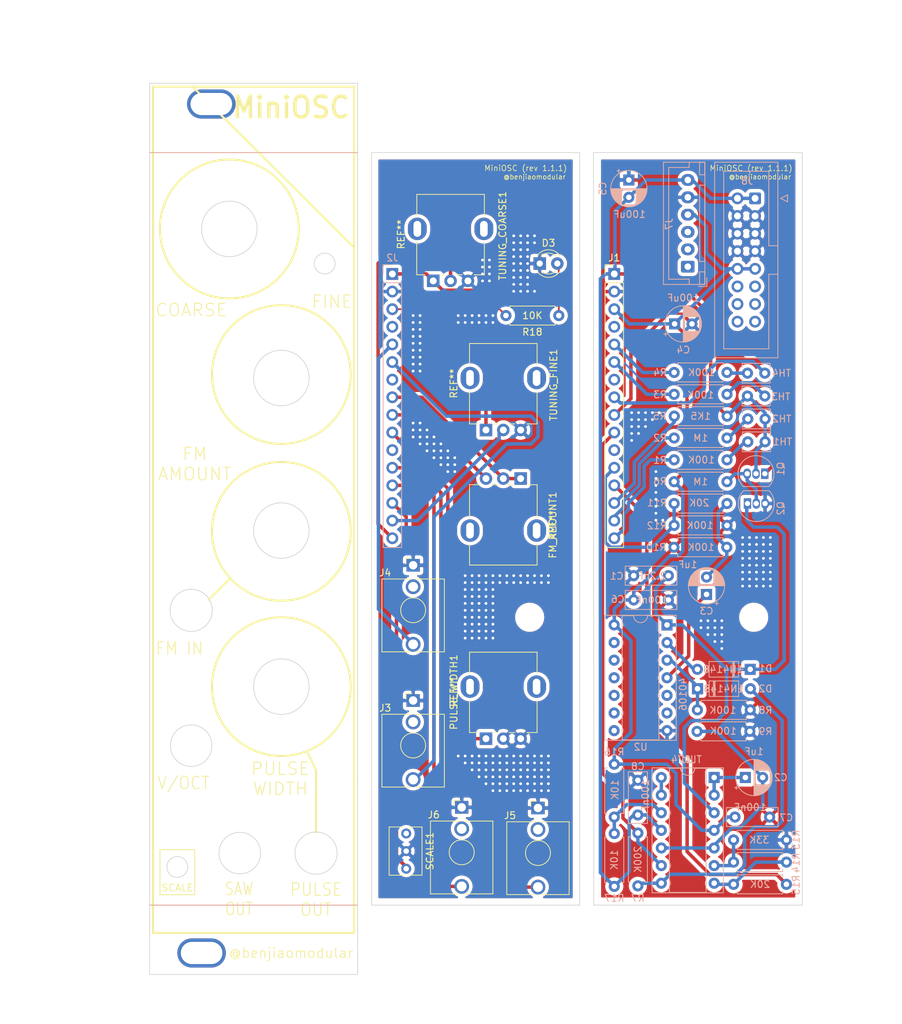
<source format=kicad_pcb>
(kicad_pcb (version 20171130) (host pcbnew 5.1.9+dfsg1-1~bpo10+1)
  (layers (0 F.Cu signal) (31 B.Cu signal) (34 B.Paste user) (35 F.Paste user) (36 B.SilkS user) (37 F.SilkS user) (38 B.Mask user) (39 F.Mask user) (44 Edge.Cuts user))
  (net 0 "")
  (net 1 Earth)
  (net 2 "Net-(C1-Pad1)")
  (net 3 "Net-(C2-Pad2)")
  (net 4 "Net-(C2-Pad1)")
  (net 5 "Net-(C3-Pad1)")
  (net 6 "Net-(C3-Pad2)")
  (net 7 +12V)
  (net 8 -12V)
  (net 9 "Net-(D1-Pad2)")
  (net 10 "Net-(D2-Pad2)")
  (net 11 "Net-(D2-Pad1)")
  (net 12 GND1)
  (net 13 "Net-(D3-Pad2)")
  (net 14 /FrontPanel/FP_FM_AMT_P2)
  (net 15 /FrontPanel/FP_FM_AMT_P3)
  (net 16 "Net-(J1-Pad16)")
  (net 17 "Net-(J1-Pad15)")
  (net 18 SCALE)
  (net 19 "Net-(J1-Pad6)")
  (net 20 "Net-(J1-Pad5)")
  (net 21 FP_12V_NEG)
  (net 22 /FrontPanel/FP_12V_POS)
  (net 23 /FrontPanel/FP_FM_IN)
  (net 24 /FrontPanel/FP_V_OCT_IN)
  (net 25 /FrontPanel/FP_SCALE)
  (net 26 /FrontPanel/FP_FINE)
  (net 27 /FrontPanel/FP_COARSE)
  (net 28 PULSE_OUT)
  (net 29 SAW_OUT)
  (net 30 /FrontPanel/FP_PULSE_WIDTH)
  (net 31 "Net-(Q1-Pad3)")
  (net 32 "Net-(R1-Pad1)")
  (net 33 "Net-(R2-Pad1)")
  (net 34 "Net-(R3-Pad1)")
  (net 35 "Net-(R4-Pad1)")
  (net 36 "Net-(R13-Pad1)")
  (net 37 "Net-(R14-Pad2)")
  (net 38 "Net-(R16-Pad1)")
  (net 39 "Net-(U1-Pad13)")
  (net 40 FM_AMT_P2)
  (net 41 FM_AMT_P3)
  (net 42 PULSE_WIDTH)
  (net 43 /FrontPanel/FP_SAW_OUT)
  (net 44 /FrontPanel/FP_PULSE_OUT)
  (net 45 "Net-(J8-Pad11)")
  (net 46 "Net-(J8-Pad13)")
  (net 47 "Net-(J8-Pad15)")
  (module benjiaomodular:MountingHole_M3 (layer F.Cu) (at 47.5 170.4)
    (fp_text reference REF** (at 0 0.5) (layer F.SilkS))
    (fp_text value MountingHole_M3)
    (pad 1 thru_hole oval (at 0 0) (size 7 4.2) (drill oval 6 3.2) (layers *.Cu *.Mask))
  )
  (module benjiaomodular:MountingHole_M3 (layer F.Cu) (at 48.9 48)
    (fp_text reference REF** (at 0 0.5) (layer F.SilkS))
    (fp_text value MountingHole_M3)
    (pad 1 thru_hole oval (at 0 0) (size 7 4.2) (drill oval 6 3.2) (layers *.Cu *.Mask))
  )
  (module benjiaomodular:Potentiometer_RV09 (layer F.Cu) (at 93.5 102 270)
    (fp_text reference FM_AMOUNT1 (at 6.71 -4.64 270) (layer F.SilkS))
    (fp_text value 1M)
    (fp_text user REF** (at 6.71 -4.64 270) (layer F.SilkS))
    (pad "" thru_hole oval (at 7.5 -2.3) (size 2.72 3.24) (drill oval 1.1 2.3) (layers *.Cu *.Mask))
    (pad "" thru_hole oval (at 7.5 7.3) (size 2.72 3.24) (drill oval 1.1 2.3) (layers *.Cu *.Mask))
    (pad 2 thru_hole circle (at 0 2.5) (size 1.8 1.8) (drill 1) (layers *.Cu *.Mask) (net 14 /FrontPanel/FP_FM_AMT_P2))
    (pad 3 thru_hole circle (at 0 5) (size 1.8 1.8) (drill 1) (layers *.Cu *.Mask) (net 15 /FrontPanel/FP_FM_AMT_P3))
    (pad 1 thru_hole rect (at 0 0) (size 1.8 1.8) (drill 1) (layers *.Cu *.Mask) (net 14 /FrontPanel/FP_FM_AMT_P2))
  )
  (module benjiaomodular:Potentiometer_RV09 (layer F.Cu) (at 88.5 139.5 90)
    (fp_text reference PULSE_WIDTH1 (at 6.71 -4.64 270) (layer F.SilkS))
    (fp_text value 100K)
    (fp_text user REF** (at 6.71 -4.64 270) (layer F.SilkS))
    (pad "" thru_hole oval (at 7.5 -2.3 180) (size 2.72 3.24) (drill oval 1.1 2.3) (layers *.Cu *.Mask))
    (pad "" thru_hole oval (at 7.5 7.3 180) (size 2.72 3.24) (drill oval 1.1 2.3) (layers *.Cu *.Mask))
    (pad 2 thru_hole circle (at 0 2.5 180) (size 1.8 1.8) (drill 1) (layers *.Cu *.Mask) (net 12 GND1))
    (pad 3 thru_hole circle (at 0 5 180) (size 1.8 1.8) (drill 1) (layers *.Cu *.Mask) (net 12 GND1))
    (pad 1 thru_hole rect (at 0 0 180) (size 1.8 1.8) (drill 1) (layers *.Cu *.Mask) (net 30 /FrontPanel/FP_PULSE_WIDTH))
  )
  (module benjiaomodular:Potentiometer_RV09 (layer F.Cu) (at 80.9 73.5 90)
    (fp_text reference TUNING_COARSE1 (at 6.5 10 270) (layer F.SilkS))
    (fp_text value 100K)
    (fp_text user REF** (at 6.71 -4.64 270) (layer F.SilkS))
    (pad "" thru_hole oval (at 7.5 -2.3 180) (size 2.72 3.24) (drill oval 1.1 2.3) (layers *.Cu *.Mask))
    (pad "" thru_hole oval (at 7.5 7.3 180) (size 2.72 3.24) (drill oval 1.1 2.3) (layers *.Cu *.Mask))
    (pad 2 thru_hole circle (at 0 2.5 180) (size 1.8 1.8) (drill 1) (layers *.Cu *.Mask) (net 27 /FrontPanel/FP_COARSE))
    (pad 3 thru_hole circle (at 0 5 180) (size 1.8 1.8) (drill 1) (layers *.Cu *.Mask) (net 12 GND1))
    (pad 1 thru_hole rect (at 0 0 180) (size 1.8 1.8) (drill 1) (layers *.Cu *.Mask) (net 21 FP_12V_NEG))
  )
  (module benjiaomodular:Potentiometer_RV09 (layer F.Cu) (at 88.5 95 90)
    (fp_text reference TUNING_FINE1 (at 6.5 9.75 270) (layer F.SilkS))
    (fp_text value 100K)
    (fp_text user REF** (at 6.71 -4.64 270) (layer F.SilkS))
    (pad "" thru_hole oval (at 7.5 -2.3 180) (size 2.72 3.24) (drill oval 1.1 2.3) (layers *.Cu *.Mask))
    (pad "" thru_hole oval (at 7.5 7.3 180) (size 2.72 3.24) (drill oval 1.1 2.3) (layers *.Cu *.Mask))
    (pad 2 thru_hole circle (at 0 2.5 180) (size 1.8 1.8) (drill 1) (layers *.Cu *.Mask) (net 26 /FrontPanel/FP_FINE))
    (pad 3 thru_hole circle (at 0 5 180) (size 1.8 1.8) (drill 1) (layers *.Cu *.Mask) (net 12 GND1))
    (pad 1 thru_hole rect (at 0 0 180) (size 1.8 1.8) (drill 1) (layers *.Cu *.Mask) (net 21 FP_12V_NEG))
  )
  (module MountingHole:MountingHole_3.2mm_M3 (layer F.Cu) (at 94.8 122)
    (fp_text reference REF** hide)
    (fp_text value MountingHole_3.2mm_M3)
    (pad 1 np_thru_hole circle (at 0 0) (size 3.2 3.2) (drill 3.2) (layers *.Cu *.Mask))
  )
  (module MountingHole:MountingHole_3.2mm_M3 (layer F.Cu) (at 127.1 122)
    (fp_text reference REF** hide)
    (fp_text value MountingHole_3.2mm_M3)
    (pad 1 np_thru_hole circle (at 0 0) (size 3.2 3.2) (drill 3.2) (layers *.Cu *.Mask))
  )
  (module Connector_PinSocket_2.54mm:PinSocket_1x16_P2.54mm_Vertical (layer B.Cu) (at 75 72.5 180)
    (fp_text reference J2 (at 0 2.33) (layer B.SilkS) (effects (justify mirror)))
    (fp_text value Conn_01x16_Male)
    (pad 16 thru_hole oval (at 0 -38.1 180) (size 1.7 1.7) (drill 1) (layers *.Cu *.Mask) (net 27 /FrontPanel/FP_COARSE))
    (pad 15 thru_hole oval (at 0 -35.56 180) (size 1.7 1.7) (drill 1) (layers *.Cu *.Mask) (net 26 /FrontPanel/FP_FINE))
    (pad 14 thru_hole oval (at 0 -33.02 180) (size 1.7 1.7) (drill 1) (layers *.Cu *.Mask) (net 25 /FrontPanel/FP_SCALE))
    (pad 13 thru_hole oval (at 0 -30.48 180) (size 1.7 1.7) (drill 1) (layers *.Cu *.Mask) (net 43 /FrontPanel/FP_SAW_OUT))
    (pad 12 thru_hole oval (at 0 -27.94 180) (size 1.7 1.7) (drill 1) (layers *.Cu *.Mask) (net 44 /FrontPanel/FP_PULSE_OUT))
    (pad 11 thru_hole oval (at 0 -25.4 180) (size 1.7 1.7) (drill 1) (layers *.Cu *.Mask))
    (pad 10 thru_hole oval (at 0 -22.86 180) (size 1.7 1.7) (drill 1) (layers *.Cu *.Mask) (net 30 /FrontPanel/FP_PULSE_WIDTH))
    (pad 9 thru_hole oval (at 0 -20.32 180) (size 1.7 1.7) (drill 1) (layers *.Cu *.Mask) (net 15 /FrontPanel/FP_FM_AMT_P3))
    (pad 8 thru_hole oval (at 0 -17.78 180) (size 1.7 1.7) (drill 1) (layers *.Cu *.Mask) (net 14 /FrontPanel/FP_FM_AMT_P2))
    (pad 7 thru_hole oval (at 0 -15.24 180) (size 1.7 1.7) (drill 1) (layers *.Cu *.Mask))
    (pad 6 thru_hole oval (at 0 -12.7 180) (size 1.7 1.7) (drill 1) (layers *.Cu *.Mask) (net 24 /FrontPanel/FP_V_OCT_IN))
    (pad 5 thru_hole oval (at 0 -10.16 180) (size 1.7 1.7) (drill 1) (layers *.Cu *.Mask) (net 23 /FrontPanel/FP_FM_IN))
    (pad 4 thru_hole oval (at 0 -7.62 180) (size 1.7 1.7) (drill 1) (layers *.Cu *.Mask))
    (pad 3 thru_hole oval (at 0 -5.08 180) (size 1.7 1.7) (drill 1) (layers *.Cu *.Mask) (net 22 /FrontPanel/FP_12V_POS))
    (pad 2 thru_hole oval (at 0 -2.54 180) (size 1.7 1.7) (drill 1) (layers *.Cu *.Mask) (net 12 GND1))
    (pad 1 thru_hole rect (at 0 0 180) (size 1.7 1.7) (drill 1) (layers *.Cu *.Mask) (net 21 FP_12V_NEG))
  )
  (module Potentiometer_THT:Potentiometer_Bourns_3266Y_Vertical (layer F.Cu) (at 77 158.25 270)
    (fp_text reference SCALE1 (at -2.54 -3.41 90) (layer F.SilkS))
    (fp_text value 1K)
    (pad 3 thru_hole circle (at -5.08 0 270) (size 1.44 1.44) (drill 0.8) (layers *.Cu *.Mask))
    (pad 2 thru_hole circle (at -2.54 0 270) (size 1.44 1.44) (drill 0.8) (layers *.Cu *.Mask) (net 12 GND1))
    (pad 1 thru_hole circle (at 0 0 270) (size 1.44 1.44) (drill 0.8) (layers *.Cu *.Mask) (net 25 /FrontPanel/FP_SCALE))
  )
  (module Capacitor_THT:C_Rect_L7.2mm_W2.5mm_P5.00mm_FKS2_FKP2_MKS2_MKP2 (layer B.Cu) (at 114.8 116 180)
    (fp_text reference C1 (at 7.45 -0.05) (layer B.SilkS) (effects (justify mirror)))
    (fp_text value 2.2nF (at 2.35 -0.05) (layer B.SilkS) (effects (justify mirror)))
    (pad 2 thru_hole circle (at 5 0 180) (size 1.6 1.6) (drill 0.8) (layers *.Cu *.Mask) (net 1 Earth))
    (pad 1 thru_hole circle (at 0 0 180) (size 1.6 1.6) (drill 0.8) (layers *.Cu *.Mask) (net 2 "Net-(C1-Pad1)"))
  )
  (module Capacitor_THT:CP_Radial_D5.0mm_P2.50mm (layer B.Cu) (at 125.9 145.1)
    (fp_text reference C2 (at 5.1 0) (layer B.SilkS) (effects (justify mirror)))
    (fp_text value 1uF (at 1.25 -3.75) (layer B.SilkS) (effects (justify mirror)))
    (pad 2 thru_hole circle (at 2.5 0) (size 1.6 1.6) (drill 0.8) (layers *.Cu *.Mask) (net 3 "Net-(C2-Pad2)"))
    (pad 1 thru_hole rect (at 0 0) (size 1.6 1.6) (drill 0.8) (layers *.Cu *.Mask) (net 4 "Net-(C2-Pad1)"))
  )
  (module Capacitor_THT:CP_Radial_D5.0mm_P2.50mm (layer B.Cu) (at 120.3 118.7 90)
    (fp_text reference C3 (at -2.4 0 180) (layer B.SilkS) (effects (justify mirror)))
    (fp_text value 1uF (at 4.3 -2.7 180) (layer B.SilkS) (effects (justify mirror)))
    (pad 1 thru_hole rect (at 0 0 90) (size 1.6 1.6) (drill 0.8) (layers *.Cu *.Mask) (net 5 "Net-(C3-Pad1)"))
    (pad 2 thru_hole circle (at 2.5 0 90) (size 1.6 1.6) (drill 0.8) (layers *.Cu *.Mask) (net 6 "Net-(C3-Pad2)"))
  )
  (module Capacitor_THT:C_Rect_L7.2mm_W2.5mm_P5.00mm_FKS2_FKP2_MKS2_MKP2 (layer B.Cu) (at 109.8 119.5)
    (fp_text reference C6 (at -2.3 -0.1) (layer B.SilkS) (effects (justify mirror)))
    (fp_text value 100nF (at 2.6 0) (layer B.SilkS) (effects (justify mirror)))
    (pad 1 thru_hole circle (at 0 0) (size 1.6 1.6) (drill 0.8) (layers *.Cu *.Mask) (net 7 +12V))
    (pad 2 thru_hole circle (at 5 0) (size 1.6 1.6) (drill 0.8) (layers *.Cu *.Mask) (net 1 Earth))
  )
  (module Capacitor_THT:C_Rect_L7.2mm_W2.5mm_P5.00mm_FKS2_FKP2_MKS2_MKP2 (layer B.Cu) (at 124.4 150.8)
    (fp_text reference C7 (at 7.4 0.1) (layer B.SilkS) (effects (justify mirror)))
    (fp_text value 100nF (at 2.2 -1.4) (layer B.SilkS) (effects (justify mirror)))
    (pad 1 thru_hole circle (at 0 0) (size 1.6 1.6) (drill 0.8) (layers *.Cu *.Mask) (net 7 +12V))
    (pad 2 thru_hole circle (at 5 0) (size 1.6 1.6) (drill 0.8) (layers *.Cu *.Mask) (net 1 Earth))
  )
  (module Capacitor_THT:C_Rect_L7.2mm_W2.5mm_P5.00mm_FKS2_FKP2_MKS2_MKP2 (layer B.Cu) (at 110.4 145.5 270)
    (fp_text reference C8 (at -2 0 180) (layer B.SilkS) (effects (justify mirror)))
    (fp_text value 100nF (at 2.2 -1.1 90) (layer B.SilkS) (effects (justify mirror)))
    (pad 2 thru_hole circle (at 5 0 270) (size 1.6 1.6) (drill 0.8) (layers *.Cu *.Mask) (net 8 -12V))
    (pad 1 thru_hole circle (at 0 0 270) (size 1.6 1.6) (drill 0.8) (layers *.Cu *.Mask) (net 1 Earth))
  )
  (module Diode_THT:D_DO-35_SOD27_P7.62mm_Horizontal (layer B.Cu) (at 126.6 129.5 180)
    (fp_text reference D1 (at -2.2 0.1) (layer B.SilkS) (effects (justify mirror)))
    (fp_text value 1N4148 (at 3.9 0) (layer B.SilkS) (effects (justify mirror)))
    (pad 1 thru_hole rect (at 0 0 180) (size 1.6 1.6) (drill 0.8) (layers *.Cu *.Mask) (net 2 "Net-(C1-Pad1)"))
    (pad 2 thru_hole oval (at 7.62 0 180) (size 1.6 1.6) (drill 0.8) (layers *.Cu *.Mask) (net 9 "Net-(D1-Pad2)"))
  )
  (module Diode_THT:D_DO-35_SOD27_P7.62mm_Horizontal (layer B.Cu) (at 119 132.3)
    (fp_text reference D2 (at 9.8 0) (layer B.SilkS) (effects (justify mirror)))
    (fp_text value 1N4148 (at 3.8 0) (layer B.SilkS) (effects (justify mirror)))
    (pad 2 thru_hole oval (at 7.62 0) (size 1.6 1.6) (drill 0.8) (layers *.Cu *.Mask) (net 10 "Net-(D2-Pad2)"))
    (pad 1 thru_hole rect (at 0 0) (size 1.6 1.6) (drill 0.8) (layers *.Cu *.Mask) (net 11 "Net-(D2-Pad1)"))
  )
  (module LED_THT:LED_D3.0mm (layer F.Cu) (at 96.25 71)
    (fp_text reference D3 (at 1.27 -2.96) (layer F.SilkS))
    (fp_text value LED)
    (pad 1 thru_hole rect (at 0 0) (size 1.8 1.8) (drill 0.9) (layers *.Cu *.Mask) (net 12 GND1))
    (pad 2 thru_hole circle (at 2.54 0) (size 1.8 1.8) (drill 0.9) (layers *.Cu *.Mask) (net 13 "Net-(D3-Pad2)"))
  )
  (module Connector_Audio:Jack_3.5mm_QingPu_WQP-PJ398SM_Vertical_CircularHoles (layer F.Cu) (at 78 134)
    (fp_text reference J3 (at -4.03 1.08 180) (layer F.SilkS))
    (fp_text value V_OCT_IN)
    (pad TN thru_hole circle (at 0 3.1 180) (size 2.13 2.13) (drill 1.42) (layers *.Cu *.Mask))
    (pad S thru_hole rect (at 0 0 180) (size 1.93 1.83) (drill 1.22) (layers *.Cu *.Mask) (net 12 GND1))
    (pad T thru_hole circle (at 0 11.4 180) (size 2.13 2.13) (drill 1.43) (layers *.Cu *.Mask) (net 24 /FrontPanel/FP_V_OCT_IN))
  )
  (module Connector_Audio:Jack_3.5mm_QingPu_WQP-PJ398SM_Vertical_CircularHoles (layer F.Cu) (at 78 114.5)
    (fp_text reference J4 (at -4.03 1.08 180) (layer F.SilkS))
    (fp_text value FM_IN)
    (pad T thru_hole circle (at 0 11.4 180) (size 2.13 2.13) (drill 1.43) (layers *.Cu *.Mask) (net 23 /FrontPanel/FP_FM_IN))
    (pad S thru_hole rect (at 0 0 180) (size 1.93 1.83) (drill 1.22) (layers *.Cu *.Mask) (net 12 GND1))
    (pad TN thru_hole circle (at 0 3.1 180) (size 2.13 2.13) (drill 1.42) (layers *.Cu *.Mask))
  )
  (module Connector_Audio:Jack_3.5mm_QingPu_WQP-PJ398SM_Vertical_CircularHoles (layer F.Cu) (at 96 149.5)
    (fp_text reference J5 (at -4.03 1.08 180) (layer F.SilkS))
    (fp_text value PULSE_OUT)
    (pad TN thru_hole circle (at 0 3.1 180) (size 2.13 2.13) (drill 1.42) (layers *.Cu *.Mask))
    (pad S thru_hole rect (at 0 0 180) (size 1.93 1.83) (drill 1.22) (layers *.Cu *.Mask) (net 12 GND1))
    (pad T thru_hole circle (at 0 11.4 180) (size 2.13 2.13) (drill 1.43) (layers *.Cu *.Mask) (net 44 /FrontPanel/FP_PULSE_OUT))
  )
  (module Connector_Audio:Jack_3.5mm_QingPu_WQP-PJ398SM_Vertical_CircularHoles (layer F.Cu) (at 85 149.4)
    (fp_text reference J6 (at -4.03 1.08 180) (layer F.SilkS))
    (fp_text value SAW_OUT)
    (pad T thru_hole circle (at 0 11.4 180) (size 2.13 2.13) (drill 1.43) (layers *.Cu *.Mask) (net 43 /FrontPanel/FP_SAW_OUT))
    (pad S thru_hole rect (at 0 0 180) (size 1.93 1.83) (drill 1.22) (layers *.Cu *.Mask) (net 12 GND1))
    (pad TN thru_hole circle (at 0 3.1 180) (size 2.13 2.13) (drill 1.42) (layers *.Cu *.Mask))
  )
  (module Connector_JST:JST_XH_B6B-XH-A_1x06_P2.50mm_Vertical (layer B.Cu) (at 117.6 71.45 90)
    (fp_text reference J7 (at 6.15 -2.7 270) (layer B.SilkS) (effects (justify mirror)))
    (fp_text value JST_BUS)
    (pad 1 thru_hole roundrect (at 0 0 90) (size 1.7 1.95) (drill 0.95) (layers *.Cu *.Mask) (roundrect_rratio 0.1470588235294118))
    (pad 2 thru_hole oval (at 2.5 0 90) (size 1.7 1.95) (drill 0.95) (layers *.Cu *.Mask))
    (pad 3 thru_hole oval (at 5 0 90) (size 1.7 1.95) (drill 0.95) (layers *.Cu *.Mask))
    (pad 4 thru_hole oval (at 7.5 0 90) (size 1.7 1.95) (drill 0.95) (layers *.Cu *.Mask) (net 7 +12V))
    (pad 5 thru_hole oval (at 10 0 90) (size 1.7 1.95) (drill 0.95) (layers *.Cu *.Mask) (net 1 Earth))
    (pad 6 thru_hole oval (at 12.5 0 90) (size 1.7 1.95) (drill 0.95) (layers *.Cu *.Mask) (net 8 -12V))
  )
  (module Connector_IDC:IDC-Header_2x08_P2.54mm_Vertical (layer B.Cu) (at 127.3 61.6 180)
    (fp_text reference J8 (at 1.15 2.5) (layer B.SilkS) (effects (justify mirror)))
    (fp_text value IDC_BUS)
    (pad 1 thru_hole roundrect (at 0 0 180) (size 1.7 1.7) (drill 1) (layers *.Cu *.Mask) (roundrect_rratio 0.1470588235294118) (net 8 -12V))
    (pad 3 thru_hole circle (at 0 -2.54 180) (size 1.7 1.7) (drill 1) (layers *.Cu *.Mask) (net 1 Earth))
    (pad 5 thru_hole circle (at 0 -5.08 180) (size 1.7 1.7) (drill 1) (layers *.Cu *.Mask) (net 1 Earth))
    (pad 7 thru_hole circle (at 0 -7.62 180) (size 1.7 1.7) (drill 1) (layers *.Cu *.Mask) (net 1 Earth))
    (pad 9 thru_hole circle (at 0 -10.16 180) (size 1.7 1.7) (drill 1) (layers *.Cu *.Mask) (net 7 +12V))
    (pad 11 thru_hole circle (at 0 -12.7 180) (size 1.7 1.7) (drill 1) (layers *.Cu *.Mask) (net 45 "Net-(J8-Pad11)"))
    (pad 13 thru_hole circle (at 0 -15.24 180) (size 1.7 1.7) (drill 1) (layers *.Cu *.Mask) (net 46 "Net-(J8-Pad13)"))
    (pad 15 thru_hole circle (at 0 -17.78 180) (size 1.7 1.7) (drill 1) (layers *.Cu *.Mask) (net 47 "Net-(J8-Pad15)"))
    (pad 2 thru_hole circle (at 2.54 0 180) (size 1.7 1.7) (drill 1) (layers *.Cu *.Mask) (net 8 -12V))
    (pad 4 thru_hole circle (at 2.54 -2.54 180) (size 1.7 1.7) (drill 1) (layers *.Cu *.Mask) (net 1 Earth))
    (pad 6 thru_hole circle (at 2.54 -5.08 180) (size 1.7 1.7) (drill 1) (layers *.Cu *.Mask) (net 1 Earth))
    (pad 8 thru_hole circle (at 2.54 -7.62 180) (size 1.7 1.7) (drill 1) (layers *.Cu *.Mask) (net 1 Earth))
    (pad 10 thru_hole circle (at 2.54 -10.16 180) (size 1.7 1.7) (drill 1) (layers *.Cu *.Mask) (net 7 +12V))
    (pad 12 thru_hole circle (at 2.54 -12.7 180) (size 1.7 1.7) (drill 1) (layers *.Cu *.Mask) (net 45 "Net-(J8-Pad11)"))
    (pad 14 thru_hole circle (at 2.54 -15.24 180) (size 1.7 1.7) (drill 1) (layers *.Cu *.Mask) (net 46 "Net-(J8-Pad13)"))
    (pad 16 thru_hole circle (at 2.54 -17.78 180) (size 1.7 1.7) (drill 1) (layers *.Cu *.Mask) (net 47 "Net-(J8-Pad15)"))
  )
  (module Package_TO_SOT_THT:TO-92_Inline (layer B.Cu) (at 128.7 101.3 180)
    (fp_text reference Q1 (at -2.3 0.7 90) (layer B.SilkS) (effects (justify mirror)))
    (fp_text value BC558)
    (pad 1 thru_hole rect (at 0 0 180) (size 1.05 1.5) (drill 0.75) (layers *.Cu *.Mask) (net 8 -12V))
    (pad 3 thru_hole oval (at 2.54 0 180) (size 1.05 1.5) (drill 0.75) (layers *.Cu *.Mask) (net 31 "Net-(Q1-Pad3)"))
    (pad 2 thru_hole oval (at 1.27 0 180) (size 1.05 1.5) (drill 0.75) (layers *.Cu *.Mask) (net 41 FM_AMT_P3))
  )
  (module Package_TO_SOT_THT:TO-92_Inline (layer B.Cu) (at 126.2 105.6)
    (fp_text reference Q2 (at 4.8 0.7 270) (layer B.SilkS) (effects (justify mirror)))
    (fp_text value BC548)
    (pad 2 thru_hole oval (at 1.27 0) (size 1.05 1.5) (drill 0.75) (layers *.Cu *.Mask) (net 31 "Net-(Q1-Pad3)"))
    (pad 3 thru_hole oval (at 2.54 0) (size 1.05 1.5) (drill 0.75) (layers *.Cu *.Mask) (net 1 Earth))
    (pad 1 thru_hole rect (at 0 0) (size 1.05 1.5) (drill 0.75) (layers *.Cu *.Mask) (net 2 "Net-(C1-Pad1)"))
  )
  (module Resistor_THT:R_Axial_DIN0207_L6.3mm_D2.5mm_P7.62mm_Horizontal (layer B.Cu) (at 123.25 99.3 180)
    (fp_text reference R1 (at 9.65 -0.05) (layer B.SilkS) (effects (justify mirror)))
    (fp_text value 100K (at 3.7 0) (layer B.SilkS) (effects (justify mirror)))
    (pad 1 thru_hole circle (at 0 0 180) (size 1.6 1.6) (drill 0.8) (layers *.Cu *.Mask) (net 32 "Net-(R1-Pad1)"))
    (pad 2 thru_hole oval (at 7.62 0 180) (size 1.6 1.6) (drill 0.8) (layers *.Cu *.Mask) (net 16 "Net-(J1-Pad16)"))
  )
  (module Resistor_THT:R_Axial_DIN0207_L6.3mm_D2.5mm_P7.62mm_Horizontal (layer B.Cu) (at 123.25 96.15 180)
    (fp_text reference R2 (at 9.65 0) (layer B.SilkS) (effects (justify mirror)))
    (fp_text value 1M (at 3.8 0) (layer B.SilkS) (effects (justify mirror)))
    (pad 2 thru_hole oval (at 7.62 0 180) (size 1.6 1.6) (drill 0.8) (layers *.Cu *.Mask) (net 17 "Net-(J1-Pad15)"))
    (pad 1 thru_hole circle (at 0 0 180) (size 1.6 1.6) (drill 0.8) (layers *.Cu *.Mask) (net 33 "Net-(R2-Pad1)"))
  )
  (module Resistor_THT:R_Axial_DIN0207_L6.3mm_D2.5mm_P7.62mm_Horizontal (layer B.Cu) (at 123.25 89.85 180)
    (fp_text reference R3 (at 9.65 -0.05) (layer B.SilkS) (effects (justify mirror)))
    (fp_text value 100K (at 3.81 -0.1) (layer B.SilkS) (effects (justify mirror)))
    (pad 2 thru_hole oval (at 7.62 0 180) (size 1.6 1.6) (drill 0.8) (layers *.Cu *.Mask) (net 19 "Net-(J1-Pad6)"))
    (pad 1 thru_hole circle (at 0 0 180) (size 1.6 1.6) (drill 0.8) (layers *.Cu *.Mask) (net 34 "Net-(R3-Pad1)"))
  )
  (module Resistor_THT:R_Axial_DIN0207_L6.3mm_D2.5mm_P7.62mm_Horizontal (layer B.Cu) (at 123.25 86.7 180)
    (fp_text reference R4 (at 9.65 0) (layer B.SilkS) (effects (justify mirror)))
    (fp_text value 100K (at 3.7 0) (layer B.SilkS) (effects (justify mirror)))
    (pad 1 thru_hole circle (at 0 0 180) (size 1.6 1.6) (drill 0.8) (layers *.Cu *.Mask) (net 35 "Net-(R4-Pad1)"))
    (pad 2 thru_hole oval (at 7.62 0 180) (size 1.6 1.6) (drill 0.8) (layers *.Cu *.Mask) (net 20 "Net-(J1-Pad5)"))
  )
  (module Resistor_THT:R_Axial_DIN0207_L6.3mm_D2.5mm_P7.62mm_Horizontal (layer B.Cu) (at 115.65 93)
    (fp_text reference R5 (at -2.1 0) (layer B.SilkS) (effects (justify mirror)))
    (fp_text value 1K5 (at 3.8 0) (layer B.SilkS) (effects (justify mirror)))
    (pad 2 thru_hole oval (at 7.62 0) (size 1.6 1.6) (drill 0.8) (layers *.Cu *.Mask) (net 41 FM_AMT_P3))
    (pad 1 thru_hole circle (at 0 0) (size 1.6 1.6) (drill 0.8) (layers *.Cu *.Mask) (net 18 SCALE))
  )
  (module Resistor_THT:R_Axial_DIN0207_L6.3mm_D2.5mm_P7.62mm_Horizontal (layer B.Cu) (at 123.25 102.45 180)
    (fp_text reference R6 (at 9.65 0.05) (layer B.SilkS) (effects (justify mirror)))
    (fp_text value 1M (at 3.81 0) (layer B.SilkS) (effects (justify mirror)))
    (pad 1 thru_hole circle (at 0 0 180) (size 1.6 1.6) (drill 0.8) (layers *.Cu *.Mask) (net 31 "Net-(Q1-Pad3)"))
    (pad 2 thru_hole oval (at 7.62 0 180) (size 1.6 1.6) (drill 0.8) (layers *.Cu *.Mask) (net 7 +12V))
  )
  (module Resistor_THT:R_Axial_DIN0207_L6.3mm_D2.5mm_P7.62mm_Horizontal (layer B.Cu) (at 110.4 153.1 270)
    (fp_text reference R7 (at 9.4 0) (layer B.SilkS) (effects (justify mirror)))
    (fp_text value 200K (at 3.8 0 90) (layer B.SilkS) (effects (justify mirror)))
    (pad 1 thru_hole circle (at 0 0 270) (size 1.6 1.6) (drill 0.8) (layers *.Cu *.Mask) (net 42 PULSE_WIDTH))
    (pad 2 thru_hole oval (at 7.62 0 270) (size 1.6 1.6) (drill 0.8) (layers *.Cu *.Mask) (net 10 "Net-(D2-Pad2)"))
  )
  (module Resistor_THT:R_Axial_DIN0207_L6.3mm_D2.5mm_P7.62mm_Horizontal (layer B.Cu) (at 126.6 135.35 180)
    (fp_text reference R8 (at -2.2 -0.05) (layer B.SilkS) (effects (justify mirror)))
    (fp_text value 100K (at 3.95 -0.05) (layer B.SilkS) (effects (justify mirror)))
    (pad 2 thru_hole oval (at 7.62 0 180) (size 1.6 1.6) (drill 0.8) (layers *.Cu *.Mask) (net 11 "Net-(D2-Pad1)"))
    (pad 1 thru_hole circle (at 0 0 180) (size 1.6 1.6) (drill 0.8) (layers *.Cu *.Mask) (net 1 Earth))
  )
  (module Resistor_THT:R_Axial_DIN0207_L6.3mm_D2.5mm_P7.62mm_Horizontal (layer B.Cu) (at 126.55 138.45 180)
    (fp_text reference R9 (at -2.25 0) (layer B.SilkS) (effects (justify mirror)))
    (fp_text value 100K (at 3.85 0.05) (layer B.SilkS) (effects (justify mirror)))
    (pad 1 thru_hole circle (at 0 0 180) (size 1.6 1.6) (drill 0.8) (layers *.Cu *.Mask) (net 1 Earth))
    (pad 2 thru_hole oval (at 7.62 0 180) (size 1.6 1.6) (drill 0.8) (layers *.Cu *.Mask) (net 3 "Net-(C2-Pad2)"))
  )
  (module Resistor_THT:R_Axial_DIN0207_L6.3mm_D2.5mm_P7.62mm_Horizontal (layer B.Cu) (at 115.6 111.9)
    (fp_text reference R10 (at -2.55 0) (layer B.SilkS) (effects (justify mirror)))
    (fp_text value 100K (at 3.9 0) (layer B.SilkS) (effects (justify mirror)))
    (pad 1 thru_hole circle (at 0 0) (size 1.6 1.6) (drill 0.8) (layers *.Cu *.Mask) (net 1 Earth))
    (pad 2 thru_hole oval (at 7.62 0) (size 1.6 1.6) (drill 0.8) (layers *.Cu *.Mask) (net 6 "Net-(C3-Pad2)"))
  )
  (module Resistor_THT:R_Axial_DIN0207_L6.3mm_D2.5mm_P7.62mm_Horizontal (layer B.Cu) (at 123.25 105.6 180)
    (fp_text reference R11 (at 10.1 0.1) (layer B.SilkS) (effects (justify mirror)))
    (fp_text value 20K (at 4 0.1) (layer B.SilkS) (effects (justify mirror)))
    (pad 2 thru_hole oval (at 7.62 0 180) (size 1.6 1.6) (drill 0.8) (layers *.Cu *.Mask) (net 28 PULSE_OUT))
    (pad 1 thru_hole circle (at 0 0 180) (size 1.6 1.6) (drill 0.8) (layers *.Cu *.Mask) (net 6 "Net-(C3-Pad2)"))
  )
  (module Resistor_THT:R_Axial_DIN0207_L6.3mm_D2.5mm_P7.62mm_Horizontal (layer B.Cu) (at 123.25 108.75 180)
    (fp_text reference R12 (at 10.1 -0.05) (layer B.SilkS) (effects (justify mirror)))
    (fp_text value 100K (at 3.9 0) (layer B.SilkS) (effects (justify mirror)))
    (pad 1 thru_hole circle (at 0 0 180) (size 1.6 1.6) (drill 0.8) (layers *.Cu *.Mask) (net 1 Earth))
    (pad 2 thru_hole oval (at 7.62 0 180) (size 1.6 1.6) (drill 0.8) (layers *.Cu *.Mask) (net 28 PULSE_OUT))
  )
  (module Resistor_THT:R_Axial_DIN0207_L6.3mm_D2.5mm_P7.62mm_Horizontal (layer B.Cu) (at 124.2 154.1)
    (fp_text reference R13 (at 9 0 90) (layer B.SilkS) (effects (justify mirror)))
    (fp_text value 33K (at 3.7 0) (layer B.SilkS) (effects (justify mirror)))
    (pad 1 thru_hole circle (at 0 0) (size 1.6 1.6) (drill 0.8) (layers *.Cu *.Mask) (net 36 "Net-(R13-Pad1)"))
    (pad 2 thru_hole oval (at 7.62 0) (size 1.6 1.6) (drill 0.8) (layers *.Cu *.Mask) (net 1 Earth))
  )
  (module Resistor_THT:R_Axial_DIN0207_L6.3mm_D2.5mm_P7.62mm_Horizontal (layer B.Cu) (at 124.2 157.3)
    (fp_text reference R14 (at 9 0.1 270) (layer B.SilkS) (effects (justify mirror)))
    (fp_text value 100K)
    (pad 2 thru_hole oval (at 7.62 0) (size 1.6 1.6) (drill 0.8) (layers *.Cu *.Mask) (net 37 "Net-(R14-Pad2)"))
    (pad 1 thru_hole circle (at 0 0) (size 1.6 1.6) (drill 0.8) (layers *.Cu *.Mask) (net 36 "Net-(R13-Pad1)"))
  )
  (module Resistor_THT:R_Axial_DIN0207_L6.3mm_D2.5mm_P7.62mm_Horizontal (layer B.Cu) (at 124.2 160.5)
    (fp_text reference R15 (at 9 0.1 90) (layer B.SilkS) (effects (justify mirror)))
    (fp_text value 20K (at 3.81 0) (layer B.SilkS) (effects (justify mirror)))
    (pad 2 thru_hole oval (at 7.62 0) (size 1.6 1.6) (drill 0.8) (layers *.Cu *.Mask) (net 29 SAW_OUT))
    (pad 1 thru_hole circle (at 0 0) (size 1.6 1.6) (drill 0.8) (layers *.Cu *.Mask) (net 37 "Net-(R14-Pad2)"))
  )
  (module Resistor_THT:R_Axial_DIN0207_L6.3mm_D2.5mm_P7.62mm_Horizontal (layer B.Cu) (at 107 150.8 90)
    (fp_text reference R16 (at 9.4 0 180) (layer B.SilkS) (effects (justify mirror)))
    (fp_text value 10K (at 3.9 0.1 90) (layer B.SilkS) (effects (justify mirror)))
    (pad 2 thru_hole oval (at 7.62 0 90) (size 1.6 1.6) (drill 0.8) (layers *.Cu *.Mask) (net 7 +12V))
    (pad 1 thru_hole circle (at 0 0 90) (size 1.6 1.6) (drill 0.8) (layers *.Cu *.Mask) (net 38 "Net-(R16-Pad1)"))
  )
  (module Resistor_THT:R_Axial_DIN0207_L6.3mm_D2.5mm_P7.62mm_Horizontal (layer B.Cu) (at 107 160.8 90)
    (fp_text reference R17 (at -1.7 0) (layer B.SilkS) (effects (justify mirror)))
    (fp_text value 10K (at 3.81 0 90) (layer B.SilkS) (effects (justify mirror)))
    (pad 1 thru_hole circle (at 0 0 90) (size 1.6 1.6) (drill 0.8) (layers *.Cu *.Mask) (net 8 -12V))
    (pad 2 thru_hole oval (at 7.62 0 90) (size 1.6 1.6) (drill 0.8) (layers *.Cu *.Mask) (net 38 "Net-(R16-Pad1)"))
  )
  (module Resistor_THT:R_Axial_DIN0207_L6.3mm_D2.5mm_P7.62mm_Horizontal (layer F.Cu) (at 99 78.5 180)
    (fp_text reference R18 (at 3.81 -2.37) (layer F.SilkS))
    (fp_text value 10K (at 3.81 0) (layer F.SilkS))
    (pad 2 thru_hole oval (at 7.62 0 180) (size 1.6 1.6) (drill 0.8) (layers *.Cu *.Mask) (net 22 /FrontPanel/FP_12V_POS))
    (pad 1 thru_hole circle (at 0 0 180) (size 1.6 1.6) (drill 0.8) (layers *.Cu *.Mask) (net 13 "Net-(D3-Pad2)"))
  )
  (module Capacitor_THT:C_Disc_D3.8mm_W2.6mm_P2.50mm (layer B.Cu) (at 128.75 96.7 180)
    (fp_text reference TH1 (at -2.5 0) (layer B.SilkS) (effects (justify mirror)))
    (fp_text value "10K NTC")
    (pad 2 thru_hole circle (at 2.5 0 180) (size 1.6 1.6) (drill 0.8) (layers *.Cu *.Mask) (net 32 "Net-(R1-Pad1)"))
    (pad 1 thru_hole circle (at 0 0 180) (size 1.6 1.6) (drill 0.8) (layers *.Cu *.Mask) (net 41 FM_AMT_P3))
  )
  (module Capacitor_THT:C_Disc_D3.8mm_W2.6mm_P2.50mm (layer B.Cu) (at 128.75 93.4 180)
    (fp_text reference TH2 (at -2.4 0) (layer B.SilkS) (effects (justify mirror)))
    (fp_text value "10K NTC")
    (pad 1 thru_hole circle (at 0 0 180) (size 1.6 1.6) (drill 0.8) (layers *.Cu *.Mask) (net 41 FM_AMT_P3))
    (pad 2 thru_hole circle (at 2.5 0 180) (size 1.6 1.6) (drill 0.8) (layers *.Cu *.Mask) (net 33 "Net-(R2-Pad1)"))
  )
  (module Capacitor_THT:C_Disc_D3.8mm_W2.6mm_P2.50mm (layer B.Cu) (at 126.2 90.1)
    (fp_text reference TH3 (at 4.8 0.1) (layer B.SilkS) (effects (justify mirror)))
    (fp_text value "10K NTC")
    (pad 2 thru_hole circle (at 2.5 0) (size 1.6 1.6) (drill 0.8) (layers *.Cu *.Mask) (net 34 "Net-(R3-Pad1)"))
    (pad 1 thru_hole circle (at 0 0) (size 1.6 1.6) (drill 0.8) (layers *.Cu *.Mask) (net 41 FM_AMT_P3))
  )
  (module Capacitor_THT:C_Disc_D3.8mm_W2.6mm_P2.50mm (layer B.Cu) (at 128.7 86.8 180)
    (fp_text reference TH4 (at -2.4 0) (layer B.SilkS) (effects (justify mirror)))
    (fp_text value "10K NTC")
    (pad 1 thru_hole circle (at 0 0 180) (size 1.6 1.6) (drill 0.8) (layers *.Cu *.Mask) (net 40 FM_AMT_P2))
    (pad 2 thru_hole circle (at 2.5 0 180) (size 1.6 1.6) (drill 0.8) (layers *.Cu *.Mask) (net 35 "Net-(R4-Pad1)"))
  )
  (module Package_DIP:DIP-14_W7.62mm_Socket (layer B.Cu) (at 121.4 145.1 180)
    (fp_text reference U1 (at 4 2.6) (layer B.SilkS) (effects (justify mirror)))
    (fp_text value TL074 (at 4 2.6) (layer B.SilkS) (effects (justify mirror)))
    (pad 14 thru_hole oval (at 7.62 0 180) (size 1.6 1.6) (drill 0.8) (layers *.Cu *.Mask) (net 39 "Net-(U1-Pad13)"))
    (pad 7 thru_hole oval (at 0 -15.24 180) (size 1.6 1.6) (drill 0.8) (layers *.Cu *.Mask) (net 37 "Net-(R14-Pad2)"))
    (pad 13 thru_hole oval (at 7.62 -2.54 180) (size 1.6 1.6) (drill 0.8) (layers *.Cu *.Mask) (net 39 "Net-(U1-Pad13)"))
    (pad 6 thru_hole oval (at 0 -12.7 180) (size 1.6 1.6) (drill 0.8) (layers *.Cu *.Mask) (net 36 "Net-(R13-Pad1)"))
    (pad 12 thru_hole oval (at 7.62 -5.08 180) (size 1.6 1.6) (drill 0.8) (layers *.Cu *.Mask) (net 38 "Net-(R16-Pad1)"))
    (pad 5 thru_hole oval (at 0 -10.16 180) (size 1.6 1.6) (drill 0.8) (layers *.Cu *.Mask) (net 3 "Net-(C2-Pad2)"))
    (pad 11 thru_hole oval (at 7.62 -7.62 180) (size 1.6 1.6) (drill 0.8) (layers *.Cu *.Mask) (net 8 -12V))
    (pad 4 thru_hole oval (at 0 -7.62 180) (size 1.6 1.6) (drill 0.8) (layers *.Cu *.Mask) (net 7 +12V))
    (pad 10 thru_hole oval (at 7.62 -10.16 180) (size 1.6 1.6) (drill 0.8) (layers *.Cu *.Mask) (net 3 "Net-(C2-Pad2)"))
    (pad 3 thru_hole oval (at 0 -5.08 180) (size 1.6 1.6) (drill 0.8) (layers *.Cu *.Mask) (net 2 "Net-(C1-Pad1)"))
    (pad 9 thru_hole oval (at 7.62 -12.7 180) (size 1.6 1.6) (drill 0.8) (layers *.Cu *.Mask) (net 42 PULSE_WIDTH))
    (pad 2 thru_hole oval (at 0 -2.54 180) (size 1.6 1.6) (drill 0.8) (layers *.Cu *.Mask) (net 4 "Net-(C2-Pad1)"))
    (pad 8 thru_hole oval (at 7.62 -15.24 180) (size 1.6 1.6) (drill 0.8) (layers *.Cu *.Mask) (net 10 "Net-(D2-Pad2)"))
    (pad 1 thru_hole rect (at 0 0 180) (size 1.6 1.6) (drill 0.8) (layers *.Cu *.Mask) (net 4 "Net-(C2-Pad1)"))
  )
  (module Package_DIP:DIP-14_W7.62mm_Socket (layer B.Cu) (at 114.6 123.1 180)
    (fp_text reference U2 (at 3.8 -17.6) (layer B.SilkS) (effects (justify mirror)))
    (fp_text value 40106 (at -2.3 -10 270) (layer B.SilkS) (effects (justify mirror)))
    (pad 1 thru_hole rect (at 0 0 180) (size 1.6 1.6) (drill 0.8) (layers *.Cu *.Mask) (net 2 "Net-(C1-Pad1)"))
    (pad 8 thru_hole oval (at 7.62 -15.24 180) (size 1.6 1.6) (drill 0.8) (layers *.Cu *.Mask))
    (pad 2 thru_hole oval (at 0 -2.54 180) (size 1.6 1.6) (drill 0.8) (layers *.Cu *.Mask) (net 9 "Net-(D1-Pad2)"))
    (pad 9 thru_hole oval (at 7.62 -12.7 180) (size 1.6 1.6) (drill 0.8) (layers *.Cu *.Mask))
    (pad 3 thru_hole oval (at 0 -5.08 180) (size 1.6 1.6) (drill 0.8) (layers *.Cu *.Mask) (net 11 "Net-(D2-Pad1)"))
    (pad 10 thru_hole oval (at 7.62 -10.16 180) (size 1.6 1.6) (drill 0.8) (layers *.Cu *.Mask))
    (pad 4 thru_hole oval (at 0 -7.62 180) (size 1.6 1.6) (drill 0.8) (layers *.Cu *.Mask) (net 5 "Net-(C3-Pad1)"))
    (pad 11 thru_hole oval (at 7.62 -7.62 180) (size 1.6 1.6) (drill 0.8) (layers *.Cu *.Mask))
    (pad 5 thru_hole oval (at 0 -10.16 180) (size 1.6 1.6) (drill 0.8) (layers *.Cu *.Mask))
    (pad 12 thru_hole oval (at 7.62 -5.08 180) (size 1.6 1.6) (drill 0.8) (layers *.Cu *.Mask))
    (pad 6 thru_hole oval (at 0 -12.7 180) (size 1.6 1.6) (drill 0.8) (layers *.Cu *.Mask))
    (pad 13 thru_hole oval (at 7.62 -2.54 180) (size 1.6 1.6) (drill 0.8) (layers *.Cu *.Mask))
    (pad 7 thru_hole oval (at 0 -15.24 180) (size 1.6 1.6) (drill 0.8) (layers *.Cu *.Mask) (net 1 Earth))
    (pad 14 thru_hole oval (at 7.62 0 180) (size 1.6 1.6) (drill 0.8) (layers *.Cu *.Mask) (net 7 +12V))
  )
  (module Connector_PinHeader_2.54mm:PinHeader_1x16_P2.54mm_Vertical (layer F.Cu) (at 107 72.5)
    (fp_text reference J1 (at 0 -2.33) (layer F.SilkS))
    (fp_text value Conn_01x16_Female)
    (pad 1 thru_hole rect (at 0 0) (size 1.7 1.7) (drill 1) (layers *.Cu *.Mask) (net 8 -12V))
    (pad 2 thru_hole oval (at 0 2.54) (size 1.7 1.7) (drill 1) (layers *.Cu *.Mask) (net 1 Earth))
    (pad 3 thru_hole oval (at 0 5.08) (size 1.7 1.7) (drill 1) (layers *.Cu *.Mask) (net 7 +12V))
    (pad 4 thru_hole oval (at 0 7.62) (size 1.7 1.7) (drill 1) (layers *.Cu *.Mask))
    (pad 5 thru_hole oval (at 0 10.16) (size 1.7 1.7) (drill 1) (layers *.Cu *.Mask) (net 20 "Net-(J1-Pad5)"))
    (pad 6 thru_hole oval (at 0 12.7) (size 1.7 1.7) (drill 1) (layers *.Cu *.Mask) (net 19 "Net-(J1-Pad6)"))
    (pad 7 thru_hole oval (at 0 15.24) (size 1.7 1.7) (drill 1) (layers *.Cu *.Mask))
    (pad 8 thru_hole oval (at 0 17.78) (size 1.7 1.7) (drill 1) (layers *.Cu *.Mask) (net 40 FM_AMT_P2))
    (pad 9 thru_hole oval (at 0 20.32) (size 1.7 1.7) (drill 1) (layers *.Cu *.Mask) (net 41 FM_AMT_P3))
    (pad 10 thru_hole oval (at 0 22.86) (size 1.7 1.7) (drill 1) (layers *.Cu *.Mask) (net 42 PULSE_WIDTH))
    (pad 11 thru_hole oval (at 0 25.4) (size 1.7 1.7) (drill 1) (layers *.Cu *.Mask))
    (pad 12 thru_hole oval (at 0 27.94) (size 1.7 1.7) (drill 1) (layers *.Cu *.Mask) (net 28 PULSE_OUT))
    (pad 13 thru_hole oval (at 0 30.48) (size 1.7 1.7) (drill 1) (layers *.Cu *.Mask) (net 29 SAW_OUT))
    (pad 14 thru_hole oval (at 0 33.02) (size 1.7 1.7) (drill 1) (layers *.Cu *.Mask) (net 18 SCALE))
    (pad 15 thru_hole oval (at 0 35.56) (size 1.7 1.7) (drill 1) (layers *.Cu *.Mask) (net 17 "Net-(J1-Pad15)"))
    (pad 16 thru_hole oval (at 0 38.1) (size 1.7 1.7) (drill 1) (layers *.Cu *.Mask) (net 16 "Net-(J1-Pad16)"))
  )
  (module Capacitor_THT:CP_Radial_D5.0mm_P2.50mm (layer B.Cu) (at 115.7 79.7)
    (fp_text reference C4 (at 1.25 3.75) (layer B.SilkS) (effects (justify mirror)))
    (fp_text value 100uF (at 1.25 -3.75) (layer B.SilkS) (effects (justify mirror)))
    (pad 2 thru_hole circle (at 2.5 0) (size 1.6 1.6) (drill 0.8) (layers *.Cu *.Mask) (net 1 Earth))
    (pad 1 thru_hole rect (at 0 0) (size 1.6 1.6) (drill 0.8) (layers *.Cu *.Mask) (net 7 +12V))
  )
  (module Capacitor_THT:CP_Radial_D5.0mm_P2.50mm (layer B.Cu) (at 109.1 58.95 270)
    (fp_text reference C5 (at 1.25 3.75 90) (layer B.SilkS) (effects (justify mirror)))
    (fp_text value 100uF (at 4.95 -0.1 180) (layer B.SilkS) (effects (justify mirror)))
    (pad 1 thru_hole rect (at 0 0 270) (size 1.6 1.6) (drill 0.8) (layers *.Cu *.Mask) (net 1 Earth))
    (pad 2 thru_hole circle (at 2.5 0 270) (size 1.6 1.6) (drill 0.8) (layers *.Cu *.Mask) (net 8 -12V))
  )
  (gr_line (start 70 45) (end 70 66) (layer Edge.Cuts) (width 0.1))
  (gr_line (start 72 66) (end 72 55) (layer Edge.Cuts) (width 0.1))
  (gr_line (start 102 55) (end 102 66) (layer Edge.Cuts) (width 0.1))
  (gr_line (start 104 66) (end 104 55) (layer Edge.Cuts) (width 0.1))
  (gr_text @benjiaomodular (at 128 58.5) (layer F.SilkS) (effects (font (size 0.7 0.7) (thickness 0.1))))
  (gr_text @benjiaomodular (at 95.5 58.5) (layer F.SilkS) (effects (font (size 0.7 0.7) (thickness 0.1))))
  (gr_text "MiniOSC (rev 1.1.1)" (at 132.75 57.25) (layer F.SilkS) (effects (font (size 0.8 0.8) (thickness 0.1)) (justify right)))
  (gr_text "MiniOSC (rev 1.1.1)" (at 100.25 57.25) (layer F.SilkS) (effects (font (size 0.8 0.8) (thickness 0.1)) (justify right)))
  (gr_line (start 40 163.5) (end 70 163.5) (layer B.SilkS) (width 0.15))
  (gr_line (start 70 55) (end 40 55) (layer B.SilkS) (width 0.15))
  (gr_text @benjiaomodular (at 60.4 170.4) (layer F.SilkS) (effects (font (size 1.4 1.4))))
  (gr_line (start 122.55 163.5) (end 134.1 163.5) (layer Edge.Cuts) (width 0.1))
  (gr_line (start 134.1 55) (end 122.55 55) (layer Edge.Cuts) (width 0.1))
  (gr_line (start 104 66) (end 104.049803 145) (layer Edge.Cuts) (width 0.1))
  (gr_line (start 102 144.979905) (end 102 66) (layer Edge.Cuts) (width 0.1))
  (gr_line (start 69.998751 145) (end 70 173.5) (layer Edge.Cuts) (width 0.1))
  (gr_line (start 72 144.95) (end 72 66) (layer Edge.Cuts) (width 0.1))
  (gr_line (start 134.1 55) (end 134.1 163.5) (layer Edge.Cuts) (width 0.1))
  (gr_line (start 104 55) (end 122.55 55) (layer Edge.Cuts) (width 0.1))
  (gr_line (start 104.05 163.5) (end 104.049803 145) (layer Edge.Cuts) (width 0.1))
  (gr_line (start 122.55 163.5) (end 104.05 163.5) (layer Edge.Cuts) (width 0.1))
  (gr_line (start 72.025 163.5) (end 72 144.95) (layer Edge.Cuts) (width 0.1))
  (gr_line (start 102 163.5) (end 72.025 163.5) (layer Edge.Cuts) (width 0.1))
  (gr_line (start 102 144.979905) (end 102 163.5) (layer Edge.Cuts) (width 0.1))
  (gr_line (start 72 55) (end 102 55) (layer Edge.Cuts) (width 0.1))
  (gr_circle (center 65.25 71) (end 66.75 71) (layer Edge.Cuts) (width 0.1))
  (gr_line (start 69.5 45.5) (end 69.5 66.5) (layer F.SilkS) (width 0.3))
  (gr_line (start 40.5 45.5) (end 69.5 45.5) (layer F.SilkS) (width 0.3))
  (gr_text "FM\nAMOUNT" (at 46.5 99.9) (layer F.SilkS) (effects (font (size 1.8 1.8))))
  (gr_text "PULSE\nWIDTH" (at 58.856124 145.289888) (layer F.SilkS) (effects (font (size 1.8 1.8))))
  (gr_line (start 41.5 162) (end 41.5 155.5) (layer F.SilkS) (width 0.15))
  (gr_line (start 46.5 162) (end 41.5 162) (layer F.SilkS) (width 0.15))
  (gr_line (start 46.5 155.5) (end 46.5 162) (layer F.SilkS) (width 0.15))
  (gr_line (start 41.5 155.5) (end 46.5 155.5) (layer F.SilkS) (width 0.15))
  (gr_text SCALE (at 44 161) (layer F.SilkS) (effects (font (size 1 1))))
  (gr_circle (center 44 158) (end 45.5 158) (layer Edge.Cuts) (width 0.1))
  (gr_line (start 69.5 167.5) (end 69.5 66.5) (layer F.SilkS) (width 0.3))
  (gr_line (start 40.5 167.5) (end 69.5 167.5) (layer F.SilkS) (width 0.3))
  (gr_line (start 40.5 45.5) (end 40.5 167.5) (layer F.SilkS) (width 0.3))
  (gr_line (start 46.3 45.6) (end 69.3 68.5) (layer F.SilkS) (width 0.3))
  (gr_text MiniOSC (at 60.4 48.5) (layer F.SilkS) (effects (font (size 3 2.8) (thickness 0.5))))
  (gr_line (start 48.5 119.5) (end 51.5 116.5) (layer F.SilkS) (width 0.3))
  (gr_line (start 64 144) (end 62.8 141.6) (layer F.SilkS) (width 0.3))
  (gr_line (start 64 153) (end 64 144) (layer F.SilkS) (width 0.3))
  (gr_text V/OCT (at 44.9 145.9) (layer F.SilkS) (effects (font (size 1.8 1.6))))
  (gr_text "SAW\nOUT" (at 52.9 162.6) (layer F.SilkS) (effects (font (size 1.8 1.4))))
  (gr_text "PULSE\nOUT" (at 64 162.7) (layer F.SilkS) (effects (font (size 1.8 1.6))))
  (gr_text "FM IN" (at 44.3 126.5) (layer F.SilkS) (effects (font (size 1.8 1.6))))
  (gr_text FINE (at 66.3 76.5) (layer F.SilkS) (effects (font (size 1.8 1.8))))
  (gr_text COARSE (at 46 77.7) (layer F.SilkS) (effects (font (size 1.8 1.8))))
  (gr_circle (center 59 132) (end 69 132) (layer F.SilkS) (width 0.3))
  (gr_circle (center 51.5 66.012492) (end 61.512492 66.012492) (layer F.SilkS) (width 0.3))
  (gr_circle (center 59 87) (end 69 87) (layer F.SilkS) (width 0.3))
  (gr_circle (center 59 109.611874) (end 69 109.5) (layer F.SilkS) (width 0.3))
  (gr_circle (center 59 132) (end 63 132) (layer Edge.Cuts) (width 0.1))
  (gr_circle (center 59 109.5) (end 63 109.5) (layer Edge.Cuts) (width 0.1))
  (gr_circle (center 59 87.5) (end 63 87.5) (layer Edge.Cuts) (width 0.1))
  (gr_circle (center 51.5 66) (end 55.5 66) (layer Edge.Cuts) (width 0.1))
  (gr_circle (center 53 156) (end 56 156) (layer Edge.Cuts) (width 0.1))
  (gr_circle (center 64 156) (end 67 156.5) (layer Edge.Cuts) (width 0.1))
  (gr_circle (center 46 140.5) (end 49 140.5) (layer Edge.Cuts) (width 0.1))
  (gr_circle (center 46 121) (end 49 121.5) (layer Edge.Cuts) (width 0.1))
  (gr_line (start 70 173.5) (end 40 173.5) (layer Edge.Cuts) (width 0.1))
  (gr_line (start 70 66) (end 69.998751 145) (layer Edge.Cuts) (width 0.1))
  (gr_line (start 40 45) (end 70 45) (layer Edge.Cuts) (width 0.1))
  (gr_line (start 40 45) (end 40 173.5) (layer Edge.Cuts) (width 0.1))
  (via (at 125.5 110.5) (size 0.8) (drill 0.4) (layers F.Cu B.Cu) (net 1))
  (via (at 126.5 110.5) (size 0.8) (drill 0.4) (layers F.Cu B.Cu) (net 1))
  (via (at 127.5 110.5) (size 0.8) (drill 0.4) (layers F.Cu B.Cu) (net 1))
  (via (at 128.5 110.5) (size 0.8) (drill 0.4) (layers F.Cu B.Cu) (net 1))
  (via (at 129.5 110.5) (size 0.8) (drill 0.4) (layers F.Cu B.Cu) (net 1))
  (via (at 129.5 111.5) (size 0.8) (drill 0.4) (layers F.Cu B.Cu) (net 1))
  (via (at 128.5 111.5) (size 0.8) (drill 0.4) (layers F.Cu B.Cu) (net 1))
  (via (at 127.5 111.5) (size 0.8) (drill 0.4) (layers F.Cu B.Cu) (net 1))
  (via (at 126.5 111.5) (size 0.8) (drill 0.4) (layers F.Cu B.Cu) (net 1))
  (via (at 125.5 111.5) (size 0.8) (drill 0.4) (layers F.Cu B.Cu) (net 1))
  (via (at 125.5 112.5) (size 0.8) (drill 0.4) (layers F.Cu B.Cu) (net 1))
  (via (at 126.5 112.5) (size 0.8) (drill 0.4) (layers F.Cu B.Cu) (net 1))
  (via (at 127.5 112.5) (size 0.8) (drill 0.4) (layers F.Cu B.Cu) (net 1))
  (via (at 128.5 112.5) (size 0.8) (drill 0.4) (layers F.Cu B.Cu) (net 1))
  (via (at 129.5 112.5) (size 0.8) (drill 0.4) (layers F.Cu B.Cu) (net 1))
  (via (at 129.5 113.5) (size 0.8) (drill 0.4) (layers F.Cu B.Cu) (net 1))
  (via (at 129.5 114.5) (size 0.8) (drill 0.4) (layers F.Cu B.Cu) (net 1))
  (via (at 129.5 115.5) (size 0.8) (drill 0.4) (layers F.Cu B.Cu) (net 1))
  (via (at 129.5 116.5) (size 0.8) (drill 0.4) (layers F.Cu B.Cu) (net 1))
  (via (at 129.5 117.5) (size 0.8) (drill 0.4) (layers F.Cu B.Cu) (net 1))
  (via (at 128.5 117.5) (size 0.8) (drill 0.4) (layers F.Cu B.Cu) (net 1))
  (via (at 127.5 117.5) (size 0.8) (drill 0.4) (layers F.Cu B.Cu) (net 1))
  (via (at 126.5 117.5) (size 0.8) (drill 0.4) (layers F.Cu B.Cu) (net 1))
  (via (at 125.5 117.5) (size 0.8) (drill 0.4) (layers F.Cu B.Cu) (net 1))
  (via (at 125.5 116.5) (size 0.8) (drill 0.4) (layers F.Cu B.Cu) (net 1))
  (via (at 125.5 115.5) (size 0.8) (drill 0.4) (layers F.Cu B.Cu) (net 1))
  (via (at 125.5 114.5) (size 0.8) (drill 0.4) (layers F.Cu B.Cu) (net 1))
  (via (at 125.5 113.5) (size 0.8) (drill 0.4) (layers F.Cu B.Cu) (net 1))
  (via (at 126.5 113.5) (size 0.8) (drill 0.4) (layers F.Cu B.Cu) (net 1))
  (via (at 127.5 113.5) (size 0.8) (drill 0.4) (layers F.Cu B.Cu) (net 1))
  (via (at 128.5 113.5) (size 0.8) (drill 0.4) (layers F.Cu B.Cu) (net 1))
  (via (at 128.5 114.5) (size 0.8) (drill 0.4) (layers F.Cu B.Cu) (net 1))
  (via (at 128.5 115.5) (size 0.8) (drill 0.4) (layers F.Cu B.Cu) (net 1))
  (via (at 128.5 116.5) (size 0.8) (drill 0.4) (layers F.Cu B.Cu) (net 1))
  (via (at 127.5 116.5) (size 0.8) (drill 0.4) (layers F.Cu B.Cu) (net 1))
  (via (at 127.5 115.5) (size 0.8) (drill 0.4) (layers F.Cu B.Cu) (net 1))
  (via (at 127.5 114.5) (size 0.8) (drill 0.4) (layers F.Cu B.Cu) (net 1))
  (via (at 126.5 114.5) (size 0.8) (drill 0.4) (layers F.Cu B.Cu) (net 1))
  (via (at 126.5 115.5) (size 0.8) (drill 0.4) (layers F.Cu B.Cu) (net 1))
  (via (at 126.5 116.5) (size 0.8) (drill 0.4) (layers F.Cu B.Cu) (net 1))
  (via (at 119.5 122.5) (size 0.8) (drill 0.4) (layers F.Cu B.Cu) (net 1))
  (via (at 120.5 122.5) (size 0.8) (drill 0.4) (layers F.Cu B.Cu) (net 1))
  (via (at 121.5 122.5) (size 0.8) (drill 0.4) (layers F.Cu B.Cu) (net 1))
  (via (at 122.5 122.5) (size 0.8) (drill 0.4) (layers F.Cu B.Cu) (net 1))
  (via (at 122.5 123.5) (size 0.8) (drill 0.4) (layers F.Cu B.Cu) (net 1))
  (via (at 121.5 123.5) (size 0.8) (drill 0.4) (layers F.Cu B.Cu) (net 1))
  (via (at 120.5 123.5) (size 0.8) (drill 0.4) (layers F.Cu B.Cu) (net 1))
  (via (at 119.5 123.5) (size 0.8) (drill 0.4) (layers F.Cu B.Cu) (net 1))
  (via (at 120.5 124.5) (size 0.8) (drill 0.4) (layers F.Cu B.Cu) (net 1))
  (via (at 121.5 124.5) (size 0.8) (drill 0.4) (layers F.Cu B.Cu) (net 1))
  (via (at 122.5 124.5) (size 0.8) (drill 0.4) (layers F.Cu B.Cu) (net 1))
  (via (at 122.5 125.5) (size 0.8) (drill 0.4) (layers F.Cu B.Cu) (net 1))
  (via (at 121.5 125.5) (size 0.8) (drill 0.4) (layers F.Cu B.Cu) (net 1))
  (via (at 122.5 126.5) (size 0.8) (drill 0.4) (layers F.Cu B.Cu) (net 1))
  (via (at 113 101) (size 0.8) (drill 0.4) (layers F.Cu B.Cu) (net 1))
  (via (at 113 102) (size 0.8) (drill 0.4) (layers F.Cu B.Cu) (net 1))
  (via (at 113 103) (size 0.8) (drill 0.4) (layers F.Cu B.Cu) (net 1))
  (via (at 113 104) (size 0.8) (drill 0.4) (layers F.Cu B.Cu) (net 1))
  (via (at 113 105) (size 0.8) (drill 0.4) (layers F.Cu B.Cu) (net 1))
  (via (at 113 106) (size 0.8) (drill 0.4) (layers F.Cu B.Cu) (net 1))
  (via (at 113 107) (size 0.8) (drill 0.4) (layers F.Cu B.Cu) (net 1))
  (via (at 113 108) (size 0.8) (drill 0.4) (layers F.Cu B.Cu) (net 1))
  (via (at 114 108) (size 0.8) (drill 0.4) (layers F.Cu B.Cu) (net 1))
  (via (at 109.5 92.5) (size 0.8) (drill 0.4) (layers F.Cu B.Cu) (net 1))
  (via (at 109.5 93.5) (size 0.8) (drill 0.4) (layers F.Cu B.Cu) (net 1))
  (via (at 109.5 94.5) (size 0.8) (drill 0.4) (layers F.Cu B.Cu) (net 1))
  (via (at 109.5 95.5) (size 0.8) (drill 0.4) (layers F.Cu B.Cu) (net 1))
  (via (at 109.5 96.5) (size 0.8) (drill 0.4) (layers F.Cu B.Cu) (net 1))
  (via (at 110.5 95.5) (size 0.8) (drill 0.4) (layers F.Cu B.Cu) (net 1))
  (via (at 110.5 94.5) (size 0.8) (drill 0.4) (layers F.Cu B.Cu) (net 1))
  (via (at 110.5 93.5) (size 0.8) (drill 0.4) (layers F.Cu B.Cu) (net 1))
  (via (at 110.5 92.5) (size 0.8) (drill 0.4) (layers F.Cu B.Cu) (net 1))
  (via (at 111.5 92.5) (size 0.8) (drill 0.4) (layers F.Cu B.Cu) (net 1))
  (via (at 111.5 93.5) (size 0.8) (drill 0.4) (layers F.Cu B.Cu) (net 1))
  (via (at 111.5 94.5) (size 0.8) (drill 0.4) (layers F.Cu B.Cu) (net 1))
  (via (at 112.5 93.5) (size 0.8) (drill 0.4) (layers F.Cu B.Cu) (net 1))
  (via (at 112.5 92.5) (size 0.8) (drill 0.4) (layers F.Cu B.Cu) (net 1))
  (via (at 113.5 92.5) (size 0.8) (drill 0.4) (layers F.Cu B.Cu) (net 1))
  (segment (start 113 121.5) (end 114.6 123.1) (width 0.5) (layer B.Cu) (net 2))
  (segment (start 114.8 116) (end 113 117.8) (width 0.5) (layer B.Cu) (net 2))
  (segment (start 113 117.8) (end 113 121.5) (width 0.5) (layer B.Cu) (net 2))
  (segment (start 116.8 123.1) (end 114.6 123.1) (width 0.5) (layer B.Cu) (net 2))
  (segment (start 123.2 129.5) (end 116.8 123.1) (width 0.5) (layer B.Cu) (net 2))
  (segment (start 126.6 129.5) (end 123.2 129.5) (width 0.5) (layer B.Cu) (net 2))
  (segment (start 121.8 136.9) (end 123.2 135.5) (width 0.5) (layer B.Cu) (net 2))
  (segment (start 118.1 136.9) (end 121.8 136.9) (width 0.5) (layer B.Cu) (net 2))
  (segment (start 117.1 137.9) (end 118.1 136.9) (width 0.5) (layer B.Cu) (net 2))
  (segment (start 123.2 135.5) (end 123.2 129.5) (width 0.5) (layer B.Cu) (net 2))
  (segment (start 121.4 150.18) (end 117.1 145.88) (width 0.5) (layer B.Cu) (net 2))
  (segment (start 117.1 145.88) (end 117.1 137.9) (width 0.5) (layer B.Cu) (net 2))
  (segment (start 130.2 129.5) (end 126.6 129.5) (width 0.5) (layer B.Cu) (net 2))
  (segment (start 131.5 128.2) (end 130.2 129.5) (width 0.5) (layer B.Cu) (net 2))
  (segment (start 126.1 105.7) (end 126.1 108) (width 0.5) (layer B.Cu) (net 2))
  (segment (start 126.1 108) (end 127.1 109) (width 0.5) (layer B.Cu) (net 2))
  (segment (start 126.2 105.6) (end 126.1 105.7) (width 0.5) (layer B.Cu) (net 2))
  (segment (start 127.1 109) (end 130.5 109) (width 0.5) (layer B.Cu) (net 2))
  (segment (start 130.5 109) (end 131.5 110) (width 0.5) (layer B.Cu) (net 2))
  (segment (start 131.5 110) (end 131.5 128.2) (width 0.5) (layer B.Cu) (net 2))
  (segment (start 124 152.3) (end 121.4 154.9) (width 0.5) (layer B.Cu) (net 3))
  (segment (start 125.2 152.3) (end 124 152.3) (width 0.5) (layer B.Cu) (net 3))
  (segment (start 121.4 154.9) (end 121.4 155.26) (width 0.5) (layer B.Cu) (net 3))
  (segment (start 128.4 145.1) (end 128.4 149.1) (width 0.5) (layer B.Cu) (net 3))
  (segment (start 128.4 149.1) (end 125.2 152.3) (width 0.5) (layer B.Cu) (net 3))
  (segment (start 113.78 155.26) (end 121.4 155.26) (width 0.5) (layer B.Cu) (net 3))
  (segment (start 121.75 138.45) (end 118.93 138.45) (width 0.5) (layer B.Cu) (net 3))
  (segment (start 128.4 145.1) (end 121.75 138.45) (width 0.5) (layer B.Cu) (net 3))
  (segment (start 121.4 145.1) (end 121.4 147.64) (width 0.5) (layer B.Cu) (net 4))
  (segment (start 125.9 145.1) (end 121.4 145.1) (width 0.5) (layer B.Cu) (net 4))
  (segment (start 114.68 130.72) (end 114.6 130.72) (width 0.5) (layer F.Cu) (net 5))
  (segment (start 117.729999 127.590001) (end 114.6 130.72) (width 0.5) (layer F.Cu) (net 5))
  (segment (start 117.729999 121.270001) (end 117.729999 127.590001) (width 0.5) (layer F.Cu) (net 5))
  (segment (start 120.3 118.7) (end 117.729999 121.270001) (width 0.5) (layer F.Cu) (net 5))
  (segment (start 121.999999 110.679999) (end 123.22 111.9) (width 0.5) (layer B.Cu) (net 6))
  (segment (start 121.999999 106.850001) (end 121.999999 110.679999) (width 0.5) (layer B.Cu) (net 6))
  (segment (start 123.25 105.6) (end 121.999999 106.850001) (width 0.5) (layer B.Cu) (net 6))
  (segment (start 123.22 113.28) (end 120.3 116.2) (width 0.5) (layer B.Cu) (net 6))
  (segment (start 123.22 111.9) (end 123.22 113.28) (width 0.5) (layer B.Cu) (net 6))
  (segment (start 123.32 150.8) (end 121.4 152.72) (width 0.5) (layer B.Cu) (net 7))
  (segment (start 124.4 150.8) (end 123.32 150.8) (width 0.5) (layer B.Cu) (net 7))
  (segment (start 119.62 152.72) (end 121.4 152.72) (width 0.5) (layer B.Cu) (net 7))
  (segment (start 115.9 149) (end 119.62 152.72) (width 0.5) (layer B.Cu) (net 7))
  (segment (start 107 143.18) (end 114.58 143.18) (width 0.5) (layer B.Cu) (net 7))
  (segment (start 115.9 144.5) (end 115.9 149) (width 0.5) (layer B.Cu) (net 7))
  (segment (start 114.58 143.18) (end 115.9 144.5) (width 0.5) (layer B.Cu) (net 7))
  (segment (start 109.17 79.7) (end 107.05 77.58) (width 0.5) (layer B.Cu) (net 7))
  (segment (start 115.7 79.7) (end 109.17 79.7) (width 0.5) (layer B.Cu) (net 7))
  (segment (start 123.64 71.76) (end 115.7 79.7) (width 0.5) (layer B.Cu) (net 7))
  (segment (start 124.76 71.76) (end 123.64 71.76) (width 0.5) (layer B.Cu) (net 7))
  (segment (start 127.3 71.76) (end 124.76 71.76) (width 0.5) (layer B.Cu) (net 7))
  (segment (start 122.56 71.76) (end 123.64 71.76) (width 0.5) (layer B.Cu) (net 7))
  (segment (start 120.3 69.5) (end 122.56 71.76) (width 0.5) (layer B.Cu) (net 7))
  (segment (start 120.3 65.7) (end 120.3 69.5) (width 0.5) (layer B.Cu) (net 7))
  (segment (start 117.6 63.95) (end 118.55 63.95) (width 0.5) (layer B.Cu) (net 7))
  (segment (start 118.55 63.95) (end 120.3 65.7) (width 0.5) (layer B.Cu) (net 7))
  (segment (start 116.880001 103.700001) (end 115.63 102.45) (width 0.5) (layer B.Cu) (net 7))
  (segment (start 115.018629 113.150001) (end 116.200001 113.150001) (width 0.5) (layer B.Cu) (net 7))
  (segment (start 109.8 118.36863) (end 115.018629 113.150001) (width 0.5) (layer B.Cu) (net 7))
  (segment (start 116.880001 112.470001) (end 116.880001 103.700001) (width 0.5) (layer B.Cu) (net 7))
  (segment (start 116.200001 113.150001) (end 116.880001 112.470001) (width 0.5) (layer B.Cu) (net 7))
  (segment (start 109.8 119.5) (end 109.8 118.36863) (width 0.5) (layer B.Cu) (net 7))
  (segment (start 117.5 100.58) (end 115.63 102.45) (width 0.5) (layer F.Cu) (net 7))
  (segment (start 115.7 79.7) (end 117.5 81.5) (width 0.5) (layer F.Cu) (net 7))
  (segment (start 117.5 81.5) (end 117.5 100.58) (width 0.5) (layer F.Cu) (net 7))
  (segment (start 107 120.8) (end 107 123.08) (width 0.5) (layer B.Cu) (net 7))
  (segment (start 109.8 119.5) (end 108.3 119.5) (width 0.5) (layer B.Cu) (net 7))
  (segment (start 107 123.08) (end 106.98 123.1) (width 0.5) (layer B.Cu) (net 7))
  (segment (start 108.3 119.5) (end 107 120.8) (width 0.5) (layer B.Cu) (net 7))
  (segment (start 107.1 123.1) (end 106.98 123.1) (width 0.5) (layer B.Cu) (net 7))
  (segment (start 109.4 138.6) (end 109.4 125.4) (width 0.5) (layer B.Cu) (net 7))
  (segment (start 109.4 125.4) (end 107.1 123.1) (width 0.5) (layer B.Cu) (net 7))
  (segment (start 107 143.18) (end 107 141) (width 0.5) (layer B.Cu) (net 7))
  (segment (start 107 141) (end 109.4 138.6) (width 0.5) (layer B.Cu) (net 7))
  (segment (start 109.149999 158.650001) (end 107 160.8) (width 0.5) (layer B.Cu) (net 8))
  (segment (start 109.149999 151.150001) (end 109.149999 158.650001) (width 0.5) (layer B.Cu) (net 8))
  (segment (start 110.4 150.5) (end 109.8 150.5) (width 0.5) (layer B.Cu) (net 8))
  (segment (start 109.8 150.5) (end 109.149999 151.150001) (width 0.5) (layer B.Cu) (net 8))
  (segment (start 111.6 150.5) (end 110.4 150.5) (width 0.5) (layer B.Cu) (net 8))
  (segment (start 113.78 152.72) (end 113.78 152.68) (width 0.5) (layer B.Cu) (net 8))
  (segment (start 113.78 152.68) (end 111.6 150.5) (width 0.5) (layer B.Cu) (net 8))
  (segment (start 127.3 61.6) (end 124.76 61.6) (width 0.5) (layer B.Cu) (net 8))
  (segment (start 111.6 58.95) (end 109.1 61.45) (width 0.5) (layer B.Cu) (net 8))
  (segment (start 117.6 58.95) (end 111.6 58.95) (width 0.5) (layer B.Cu) (net 8))
  (segment (start 118.25 58.95) (end 117.6 58.95) (width 0.5) (layer B.Cu) (net 8))
  (segment (start 124.76 61.6) (end 120.9 61.6) (width 0.5) (layer B.Cu) (net 8))
  (segment (start 120.9 61.6) (end 118.25 58.95) (width 0.5) (layer B.Cu) (net 8))
  (segment (start 109.1 61.45) (end 107.1 63.45) (width 0.5) (layer B.Cu) (net 8))
  (segment (start 107.1 72.45) (end 107.05 72.5) (width 0.5) (layer B.Cu) (net 8))
  (segment (start 107.1 63.45) (end 107.1 72.45) (width 0.5) (layer B.Cu) (net 8))
  (segment (start 128.3 83.9) (end 126.289962 83.9) (width 0.5) (layer F.Cu) (net 8))
  (segment (start 130.2 85.8) (end 128.3 83.9) (width 0.5) (layer F.Cu) (net 8))
  (segment (start 126.289962 83.9) (end 114.889962 72.5) (width 0.5) (layer F.Cu) (net 8))
  (segment (start 128.7 101.3) (end 130.2 99.8) (width 0.5) (layer F.Cu) (net 8))
  (segment (start 114.889962 72.5) (end 107.05 72.5) (width 0.5) (layer F.Cu) (net 8))
  (segment (start 130.2 99.8) (end 130.2 85.8) (width 0.5) (layer F.Cu) (net 8))
  (segment (start 104.999989 158.799989) (end 104.999989 73.200011) (width 0.5) (layer B.Cu) (net 8))
  (segment (start 104.999989 73.200011) (end 105.7 72.5) (width 0.5) (layer B.Cu) (net 8))
  (segment (start 107 160.8) (end 104.999989 158.799989) (width 0.5) (layer B.Cu) (net 8))
  (segment (start 105.7 72.5) (end 107.05 72.5) (width 0.5) (layer B.Cu) (net 8))
  (segment (start 118.46 129.5) (end 118.98 129.5) (width 0.5) (layer B.Cu) (net 9))
  (segment (start 114.6 125.64) (end 118.46 129.5) (width 0.5) (layer B.Cu) (net 9))
  (segment (start 110.78 160.34) (end 110.4 160.72) (width 0.5) (layer B.Cu) (net 10))
  (segment (start 113.78 160.34) (end 110.78 160.34) (width 0.5) (layer B.Cu) (net 10))
  (segment (start 115.069999 159.050001) (end 113.78 160.34) (width 0.5) (layer B.Cu) (net 10))
  (segment (start 124.549999 159.050001) (end 115.069999 159.050001) (width 0.5) (layer B.Cu) (net 10))
  (segment (start 131.2 136.88) (end 131.2 151.4) (width 0.5) (layer B.Cu) (net 10))
  (segment (start 126.62 132.3) (end 131.2 136.88) (width 0.5) (layer B.Cu) (net 10))
  (segment (start 131.2 151.4) (end 130.4 152.2) (width 0.5) (layer B.Cu) (net 10))
  (segment (start 130.4 152.2) (end 127.2 152.2) (width 0.5) (layer B.Cu) (net 10))
  (segment (start 125.8 157.8) (end 124.549999 159.050001) (width 0.5) (layer B.Cu) (net 10))
  (segment (start 127.2 152.2) (end 125.8 153.6) (width 0.5) (layer B.Cu) (net 10))
  (segment (start 125.8 153.6) (end 125.8 157.8) (width 0.5) (layer B.Cu) (net 10))
  (segment (start 119 135.33) (end 118.98 135.35) (width 0.5) (layer B.Cu) (net 11))
  (segment (start 119 132.3) (end 119 135.33) (width 0.5) (layer B.Cu) (net 11))
  (segment (start 115.18 128.18) (end 114.6 128.18) (width 0.5) (layer B.Cu) (net 11))
  (segment (start 119 132.3) (end 119 132) (width 0.5) (layer B.Cu) (net 11))
  (segment (start 119 132) (end 115.18 128.18) (width 0.5) (layer B.Cu) (net 11))
  (via (at 78 78.5) (size 0.8) (drill 0.4) (layers F.Cu B.Cu) (net 12))
  (via (at 78 79.5) (size 0.8) (drill 0.4) (layers F.Cu B.Cu) (net 12))
  (via (at 78 80.5) (size 0.8) (drill 0.4) (layers F.Cu B.Cu) (net 12))
  (via (at 78 81.5) (size 0.8) (drill 0.4) (layers F.Cu B.Cu) (net 12))
  (via (at 78 82.5) (size 0.8) (drill 0.4) (layers F.Cu B.Cu) (net 12))
  (via (at 78 83.5) (size 0.8) (drill 0.4) (layers F.Cu B.Cu) (net 12))
  (via (at 78 84.5) (size 0.8) (drill 0.4) (layers F.Cu B.Cu) (net 12))
  (via (at 78 85.5) (size 0.8) (drill 0.4) (layers F.Cu B.Cu) (net 12))
  (via (at 78 86.5) (size 0.8) (drill 0.4) (layers F.Cu B.Cu) (net 12))
  (via (at 78 94) (size 0.8) (drill 0.4) (layers F.Cu B.Cu) (net 12))
  (via (at 78 95) (size 0.8) (drill 0.4) (layers F.Cu B.Cu) (net 12))
  (via (at 78 96) (size 0.8) (drill 0.4) (layers F.Cu B.Cu) (net 12))
  (via (at 79 95) (size 0.8) (drill 0.4) (layers F.Cu B.Cu) (net 12))
  (via (at 79 96) (size 0.8) (drill 0.4) (layers F.Cu B.Cu) (net 12))
  (via (at 79 97) (size 0.8) (drill 0.4) (layers F.Cu B.Cu) (net 12))
  (via (at 80 96) (size 0.8) (drill 0.4) (layers F.Cu B.Cu) (net 12))
  (via (at 80 97) (size 0.8) (drill 0.4) (layers F.Cu B.Cu) (net 12))
  (via (at 80 98) (size 0.8) (drill 0.4) (layers F.Cu B.Cu) (net 12))
  (via (at 81 97) (size 0.8) (drill 0.4) (layers F.Cu B.Cu) (net 12))
  (via (at 81 98) (size 0.8) (drill 0.4) (layers F.Cu B.Cu) (net 12))
  (via (at 81 99) (size 0.8) (drill 0.4) (layers F.Cu B.Cu) (net 12))
  (via (at 82 98) (size 0.8) (drill 0.4) (layers F.Cu B.Cu) (net 12))
  (via (at 82 99) (size 0.8) (drill 0.4) (layers F.Cu B.Cu) (net 12))
  (via (at 82 100) (size 0.8) (drill 0.4) (layers F.Cu B.Cu) (net 12))
  (via (at 83 99) (size 0.8) (drill 0.4) (layers F.Cu B.Cu) (net 12))
  (via (at 83 100) (size 0.8) (drill 0.4) (layers F.Cu B.Cu) (net 12))
  (via (at 83 101) (size 0.8) (drill 0.4) (layers F.Cu B.Cu) (net 12))
  (via (at 84 100) (size 0.8) (drill 0.4) (layers F.Cu B.Cu) (net 12))
  (via (at 84 101) (size 0.8) (drill 0.4) (layers F.Cu B.Cu) (net 12))
  (via (at 84 99) (size 0.8) (drill 0.4) (layers F.Cu B.Cu) (net 12))
  (via (at 83 98) (size 0.8) (drill 0.4) (layers F.Cu B.Cu) (net 12))
  (via (at 82 97) (size 0.8) (drill 0.4) (layers F.Cu B.Cu) (net 12))
  (via (at 81 96) (size 0.8) (drill 0.4) (layers F.Cu B.Cu) (net 12))
  (via (at 80 95) (size 0.8) (drill 0.4) (layers F.Cu B.Cu) (net 12))
  (via (at 79 94) (size 0.8) (drill 0.4) (layers F.Cu B.Cu) (net 12))
  (via (at 85.5 116) (size 0.8) (drill 0.4) (layers F.Cu B.Cu) (net 12))
  (via (at 86.5 116) (size 0.8) (drill 0.4) (layers F.Cu B.Cu) (net 12))
  (via (at 87.5 116) (size 0.8) (drill 0.4) (layers F.Cu B.Cu) (net 12))
  (via (at 88.5 116) (size 0.8) (drill 0.4) (layers F.Cu B.Cu) (net 12))
  (via (at 89.5 116) (size 0.8) (drill 0.4) (layers F.Cu B.Cu) (net 12))
  (via (at 90.5 116) (size 0.8) (drill 0.4) (layers F.Cu B.Cu) (net 12))
  (via (at 91.5 116) (size 0.8) (drill 0.4) (layers F.Cu B.Cu) (net 12))
  (via (at 92.5 116) (size 0.8) (drill 0.4) (layers F.Cu B.Cu) (net 12))
  (via (at 93.5 116) (size 0.8) (drill 0.4) (layers F.Cu B.Cu) (net 12))
  (via (at 94.5 116) (size 0.8) (drill 0.4) (layers F.Cu B.Cu) (net 12))
  (via (at 95.5 116) (size 0.8) (drill 0.4) (layers F.Cu B.Cu) (net 12))
  (via (at 96.5 116) (size 0.8) (drill 0.4) (layers F.Cu B.Cu) (net 12))
  (via (at 97.5 116) (size 0.8) (drill 0.4) (layers F.Cu B.Cu) (net 12))
  (via (at 85.5 117) (size 0.8) (drill 0.4) (layers F.Cu B.Cu) (net 12))
  (via (at 86.5 117) (size 0.8) (drill 0.4) (layers F.Cu B.Cu) (net 12))
  (via (at 87.5 117) (size 0.8) (drill 0.4) (layers F.Cu B.Cu) (net 12))
  (via (at 88.5 117) (size 0.8) (drill 0.4) (layers F.Cu B.Cu) (net 12))
  (via (at 89.5 117) (size 0.8) (drill 0.4) (layers F.Cu B.Cu) (net 12))
  (via (at 90.5 117) (size 0.8) (drill 0.4) (layers F.Cu B.Cu) (net 12))
  (via (at 91.5 117) (size 0.8) (drill 0.4) (layers F.Cu B.Cu) (net 12))
  (via (at 92.5 117) (size 0.8) (drill 0.4) (layers F.Cu B.Cu) (net 12))
  (via (at 93.5 117) (size 0.8) (drill 0.4) (layers F.Cu B.Cu) (net 12))
  (via (at 94.5 117) (size 0.8) (drill 0.4) (layers F.Cu B.Cu) (net 12))
  (via (at 95.5 117) (size 0.8) (drill 0.4) (layers F.Cu B.Cu) (net 12))
  (via (at 96.5 117) (size 0.8) (drill 0.4) (layers F.Cu B.Cu) (net 12))
  (via (at 97.5 117) (size 0.8) (drill 0.4) (layers F.Cu B.Cu) (net 12))
  (via (at 85.5 118) (size 0.8) (drill 0.4) (layers F.Cu B.Cu) (net 12))
  (via (at 85.5 119) (size 0.8) (drill 0.4) (layers F.Cu B.Cu) (net 12))
  (via (at 85.5 120) (size 0.8) (drill 0.4) (layers F.Cu B.Cu) (net 12))
  (via (at 85.5 121) (size 0.8) (drill 0.4) (layers F.Cu B.Cu) (net 12))
  (via (at 85.5 122) (size 0.8) (drill 0.4) (layers F.Cu B.Cu) (net 12))
  (via (at 85.5 123) (size 0.8) (drill 0.4) (layers F.Cu B.Cu) (net 12))
  (via (at 86.5 118) (size 0.8) (drill 0.4) (layers F.Cu B.Cu) (net 12))
  (via (at 86.5 119) (size 0.8) (drill 0.4) (layers F.Cu B.Cu) (net 12))
  (via (at 86.5 120) (size 0.8) (drill 0.4) (layers F.Cu B.Cu) (net 12))
  (via (at 86.5 121) (size 0.8) (drill 0.4) (layers F.Cu B.Cu) (net 12))
  (via (at 86.5 122) (size 0.8) (drill 0.4) (layers F.Cu B.Cu) (net 12))
  (via (at 86.5 123) (size 0.8) (drill 0.4) (layers F.Cu B.Cu) (net 12))
  (via (at 87.5 123) (size 0.8) (drill 0.4) (layers F.Cu B.Cu) (net 12))
  (via (at 87.5 122) (size 0.8) (drill 0.4) (layers F.Cu B.Cu) (net 12))
  (via (at 87.5 121) (size 0.8) (drill 0.4) (layers F.Cu B.Cu) (net 12))
  (via (at 87.5 120) (size 0.8) (drill 0.4) (layers F.Cu B.Cu) (net 12))
  (via (at 87.5 119) (size 0.8) (drill 0.4) (layers F.Cu B.Cu) (net 12))
  (via (at 87.5 118) (size 0.8) (drill 0.4) (layers F.Cu B.Cu) (net 12))
  (via (at 88.5 118) (size 0.8) (drill 0.4) (layers F.Cu B.Cu) (net 12))
  (via (at 88.5 119) (size 0.8) (drill 0.4) (layers F.Cu B.Cu) (net 12))
  (via (at 88.5 120) (size 0.8) (drill 0.4) (layers F.Cu B.Cu) (net 12))
  (via (at 88.5 121) (size 0.8) (drill 0.4) (layers F.Cu B.Cu) (net 12))
  (via (at 88.5 122) (size 0.8) (drill 0.4) (layers F.Cu B.Cu) (net 12))
  (via (at 88.5 123) (size 0.8) (drill 0.4) (layers F.Cu B.Cu) (net 12))
  (via (at 89.5 123) (size 0.8) (drill 0.4) (layers F.Cu B.Cu) (net 12))
  (via (at 89.5 122) (size 0.8) (drill 0.4) (layers F.Cu B.Cu) (net 12))
  (via (at 89.5 121) (size 0.8) (drill 0.4) (layers F.Cu B.Cu) (net 12))
  (via (at 89.5 120) (size 0.8) (drill 0.4) (layers F.Cu B.Cu) (net 12))
  (via (at 89.5 119) (size 0.8) (drill 0.4) (layers F.Cu B.Cu) (net 12))
  (via (at 89.5 118) (size 0.8) (drill 0.4) (layers F.Cu B.Cu) (net 12))
  (via (at 85.5 124) (size 0.8) (drill 0.4) (layers F.Cu B.Cu) (net 12))
  (via (at 86.5 124) (size 0.8) (drill 0.4) (layers F.Cu B.Cu) (net 12))
  (via (at 87.5 124) (size 0.8) (drill 0.4) (layers F.Cu B.Cu) (net 12))
  (via (at 88.5 124) (size 0.8) (drill 0.4) (layers F.Cu B.Cu) (net 12))
  (via (at 89.5 124) (size 0.8) (drill 0.4) (layers F.Cu B.Cu) (net 12))
  (via (at 89.5 125) (size 0.8) (drill 0.4) (layers F.Cu B.Cu) (net 12))
  (via (at 88.5 125) (size 0.8) (drill 0.4) (layers F.Cu B.Cu) (net 12))
  (via (at 87.5 125) (size 0.8) (drill 0.4) (layers F.Cu B.Cu) (net 12))
  (via (at 86.5 125) (size 0.8) (drill 0.4) (layers F.Cu B.Cu) (net 12))
  (via (at 85.5 125) (size 0.8) (drill 0.4) (layers F.Cu B.Cu) (net 12))
  (via (at 84.5 142) (size 0.8) (drill 0.4) (layers F.Cu B.Cu) (net 12))
  (via (at 85.5 142) (size 0.8) (drill 0.4) (layers F.Cu B.Cu) (net 12))
  (via (at 86.5 142) (size 0.8) (drill 0.4) (layers F.Cu B.Cu) (net 12))
  (via (at 87.5 142) (size 0.8) (drill 0.4) (layers F.Cu B.Cu) (net 12))
  (via (at 88.5 142) (size 0.8) (drill 0.4) (layers F.Cu B.Cu) (net 12))
  (via (at 89.5 142) (size 0.8) (drill 0.4) (layers F.Cu B.Cu) (net 12))
  (via (at 90.5 142) (size 0.8) (drill 0.4) (layers F.Cu B.Cu) (net 12))
  (via (at 91.5 142) (size 0.8) (drill 0.4) (layers F.Cu B.Cu) (net 12))
  (via (at 92.5 142) (size 0.8) (drill 0.4) (layers F.Cu B.Cu) (net 12))
  (via (at 93.5 142) (size 0.8) (drill 0.4) (layers F.Cu B.Cu) (net 12))
  (via (at 94.5 142) (size 0.8) (drill 0.4) (layers F.Cu B.Cu) (net 12))
  (via (at 95.5 142) (size 0.8) (drill 0.4) (layers F.Cu B.Cu) (net 12))
  (via (at 96.5 142) (size 0.8) (drill 0.4) (layers F.Cu B.Cu) (net 12))
  (via (at 97.5 142) (size 0.8) (drill 0.4) (layers F.Cu B.Cu) (net 12))
  (via (at 97.5 143) (size 0.8) (drill 0.4) (layers F.Cu B.Cu) (net 12))
  (via (at 96.5 143) (size 0.8) (drill 0.4) (layers F.Cu B.Cu) (net 12))
  (via (at 95.5 143) (size 0.8) (drill 0.4) (layers F.Cu B.Cu) (net 12))
  (via (at 94.5 143) (size 0.8) (drill 0.4) (layers F.Cu B.Cu) (net 12))
  (via (at 93.5 143) (size 0.8) (drill 0.4) (layers F.Cu B.Cu) (net 12))
  (via (at 92.5 143) (size 0.8) (drill 0.4) (layers F.Cu B.Cu) (net 12))
  (via (at 91.5 143) (size 0.8) (drill 0.4) (layers F.Cu B.Cu) (net 12))
  (via (at 90.5 143) (size 0.8) (drill 0.4) (layers F.Cu B.Cu) (net 12))
  (via (at 89.5 143) (size 0.8) (drill 0.4) (layers F.Cu B.Cu) (net 12))
  (via (at 88.5 143) (size 0.8) (drill 0.4) (layers F.Cu B.Cu) (net 12))
  (via (at 87.5 143) (size 0.8) (drill 0.4) (layers F.Cu B.Cu) (net 12))
  (via (at 86.5 143) (size 0.8) (drill 0.4) (layers F.Cu B.Cu) (net 12))
  (via (at 85.5 143) (size 0.8) (drill 0.4) (layers F.Cu B.Cu) (net 12))
  (via (at 86.5 144) (size 0.8) (drill 0.4) (layers F.Cu B.Cu) (net 12))
  (via (at 87.5 144) (size 0.8) (drill 0.4) (layers F.Cu B.Cu) (net 12))
  (via (at 88.5 144) (size 0.8) (drill 0.4) (layers F.Cu B.Cu) (net 12))
  (via (at 89.5 144) (size 0.8) (drill 0.4) (layers F.Cu B.Cu) (net 12))
  (via (at 90.5 144) (size 0.8) (drill 0.4) (layers F.Cu B.Cu) (net 12))
  (via (at 91.5 144) (size 0.8) (drill 0.4) (layers F.Cu B.Cu) (net 12))
  (via (at 92.5 144) (size 0.8) (drill 0.4) (layers F.Cu B.Cu) (net 12))
  (via (at 93.5 144) (size 0.8) (drill 0.4) (layers F.Cu B.Cu) (net 12))
  (via (at 94.5 144) (size 0.8) (drill 0.4) (layers F.Cu B.Cu) (net 12))
  (via (at 95.5 144) (size 0.8) (drill 0.4) (layers F.Cu B.Cu) (net 12))
  (via (at 96.5 144) (size 0.8) (drill 0.4) (layers F.Cu B.Cu) (net 12))
  (via (at 97.5 144) (size 0.8) (drill 0.4) (layers F.Cu B.Cu) (net 12))
  (via (at 97.5 145) (size 0.8) (drill 0.4) (layers F.Cu B.Cu) (net 12))
  (via (at 96.5 145) (size 0.8) (drill 0.4) (layers F.Cu B.Cu) (net 12))
  (via (at 95.5 145) (size 0.8) (drill 0.4) (layers F.Cu B.Cu) (net 12))
  (via (at 94.5 145) (size 0.8) (drill 0.4) (layers F.Cu B.Cu) (net 12))
  (via (at 93.5 145) (size 0.8) (drill 0.4) (layers F.Cu B.Cu) (net 12))
  (via (at 92.5 145) (size 0.8) (drill 0.4) (layers F.Cu B.Cu) (net 12))
  (via (at 91.5 145) (size 0.8) (drill 0.4) (layers F.Cu B.Cu) (net 12))
  (via (at 90.5 145) (size 0.8) (drill 0.4) (layers F.Cu B.Cu) (net 12))
  (via (at 89.5 145) (size 0.8) (drill 0.4) (layers F.Cu B.Cu) (net 12))
  (via (at 88.5 145) (size 0.8) (drill 0.4) (layers F.Cu B.Cu) (net 12))
  (via (at 87.5 145) (size 0.8) (drill 0.4) (layers F.Cu B.Cu) (net 12))
  (via (at 88.5 146) (size 0.8) (drill 0.4) (layers F.Cu B.Cu) (net 12))
  (via (at 89.5 146) (size 0.8) (drill 0.4) (layers F.Cu B.Cu) (net 12))
  (via (at 90.5 146) (size 0.8) (drill 0.4) (layers F.Cu B.Cu) (net 12))
  (via (at 91.5 146) (size 0.8) (drill 0.4) (layers F.Cu B.Cu) (net 12))
  (via (at 92.5 146) (size 0.8) (drill 0.4) (layers F.Cu B.Cu) (net 12))
  (via (at 93.5 146) (size 0.8) (drill 0.4) (layers F.Cu B.Cu) (net 12))
  (via (at 94.5 146) (size 0.8) (drill 0.4) (layers F.Cu B.Cu) (net 12))
  (via (at 95.5 146) (size 0.8) (drill 0.4) (layers F.Cu B.Cu) (net 12))
  (via (at 96.5 146) (size 0.8) (drill 0.4) (layers F.Cu B.Cu) (net 12))
  (via (at 97.5 146) (size 0.8) (drill 0.4) (layers F.Cu B.Cu) (net 12))
  (via (at 97.5 147) (size 0.8) (drill 0.4) (layers F.Cu B.Cu) (net 12))
  (via (at 96.5 147) (size 0.8) (drill 0.4) (layers F.Cu B.Cu) (net 12))
  (via (at 95.5 147) (size 0.8) (drill 0.4) (layers F.Cu B.Cu) (net 12))
  (via (at 94.5 147) (size 0.8) (drill 0.4) (layers F.Cu B.Cu) (net 12))
  (via (at 93.5 147) (size 0.8) (drill 0.4) (layers F.Cu B.Cu) (net 12))
  (via (at 92.5 147) (size 0.8) (drill 0.4) (layers F.Cu B.Cu) (net 12))
  (via (at 91.5 147) (size 0.8) (drill 0.4) (layers F.Cu B.Cu) (net 12))
  (via (at 90.5 147) (size 0.8) (drill 0.4) (layers F.Cu B.Cu) (net 12))
  (via (at 89.5 147) (size 0.8) (drill 0.4) (layers F.Cu B.Cu) (net 12))
  (via (at 79 78.5) (size 0.8) (drill 0.4) (layers F.Cu B.Cu) (net 12))
  (via (at 79 79.5) (size 0.8) (drill 0.4) (layers F.Cu B.Cu) (net 12))
  (via (at 79 80.5) (size 0.8) (drill 0.4) (layers F.Cu B.Cu) (net 12))
  (via (at 79 81.5) (size 0.8) (drill 0.4) (layers F.Cu B.Cu) (net 12))
  (via (at 79 82.5) (size 0.8) (drill 0.4) (layers F.Cu B.Cu) (net 12))
  (via (at 79 83.5) (size 0.8) (drill 0.4) (layers F.Cu B.Cu) (net 12))
  (via (at 79 84.5) (size 0.8) (drill 0.4) (layers F.Cu B.Cu) (net 12))
  (via (at 79 85.5) (size 0.8) (drill 0.4) (layers F.Cu B.Cu) (net 12))
  (via (at 79 86.5) (size 0.8) (drill 0.4) (layers F.Cu B.Cu) (net 12))
  (via (at 84.5 78.5) (size 0.8) (drill 0.4) (layers F.Cu B.Cu) (net 12))
  (via (at 85.5 78.5) (size 0.8) (drill 0.4) (layers F.Cu B.Cu) (net 12))
  (via (at 86.5 78.5) (size 0.8) (drill 0.4) (layers F.Cu B.Cu) (net 12))
  (via (at 87.5 78.5) (size 0.8) (drill 0.4) (layers F.Cu B.Cu) (net 12))
  (via (at 88.5 78.5) (size 0.8) (drill 0.4) (layers F.Cu B.Cu) (net 12))
  (via (at 89.5 78.5) (size 0.8) (drill 0.4) (layers F.Cu B.Cu) (net 12))
  (via (at 89.5 79.5) (size 0.8) (drill 0.4) (layers F.Cu B.Cu) (net 12))
  (via (at 88.5 79.5) (size 0.8) (drill 0.4) (layers F.Cu B.Cu) (net 12))
  (via (at 87.5 79.5) (size 0.8) (drill 0.4) (layers F.Cu B.Cu) (net 12))
  (via (at 86.5 79.5) (size 0.8) (drill 0.4) (layers F.Cu B.Cu) (net 12))
  (via (at 85.5 79.5) (size 0.8) (drill 0.4) (layers F.Cu B.Cu) (net 12))
  (via (at 84.5 79.5) (size 0.8) (drill 0.4) (layers F.Cu B.Cu) (net 12))
  (via (at 88 73.5) (size 0.8) (drill 0.4) (layers F.Cu B.Cu) (net 12))
  (via (at 89 73.5) (size 0.8) (drill 0.4) (layers F.Cu B.Cu) (net 12))
  (via (at 89 72.5) (size 0.8) (drill 0.4) (layers F.Cu B.Cu) (net 12))
  (via (at 89 71.5) (size 0.8) (drill 0.4) (layers F.Cu B.Cu) (net 12))
  (via (at 89 70.5) (size 0.8) (drill 0.4) (layers F.Cu B.Cu) (net 12))
  (via (at 88 70.5) (size 0.8) (drill 0.4) (layers F.Cu B.Cu) (net 12))
  (via (at 88 71.5) (size 0.8) (drill 0.4) (layers F.Cu B.Cu) (net 12))
  (via (at 88 72.5) (size 0.8) (drill 0.4) (layers F.Cu B.Cu) (net 12))
  (via (at 94.5 69) (size 0.8) (drill 0.4) (layers F.Cu B.Cu) (net 12))
  (via (at 94.5 70) (size 0.8) (drill 0.4) (layers F.Cu B.Cu) (net 12))
  (via (at 94.5 71) (size 0.8) (drill 0.4) (layers F.Cu B.Cu) (net 12))
  (via (at 94.5 72) (size 0.8) (drill 0.4) (layers F.Cu B.Cu) (net 12))
  (via (at 94.5 73) (size 0.8) (drill 0.4) (layers F.Cu B.Cu) (net 12))
  (via (at 94.5 74) (size 0.8) (drill 0.4) (layers F.Cu B.Cu) (net 12))
  (via (at 93.5 74) (size 0.8) (drill 0.4) (layers F.Cu B.Cu) (net 12))
  (via (at 93.5 73) (size 0.8) (drill 0.4) (layers F.Cu B.Cu) (net 12))
  (via (at 93.5 72) (size 0.8) (drill 0.4) (layers F.Cu B.Cu) (net 12))
  (via (at 93.5 71) (size 0.8) (drill 0.4) (layers F.Cu B.Cu) (net 12))
  (via (at 93.5 70) (size 0.8) (drill 0.4) (layers F.Cu B.Cu) (net 12))
  (via (at 93.5 69) (size 0.8) (drill 0.4) (layers F.Cu B.Cu) (net 12))
  (via (at 92.5 69) (size 0.8) (drill 0.4) (layers F.Cu B.Cu) (net 12))
  (via (at 92.5 70) (size 0.8) (drill 0.4) (layers F.Cu B.Cu) (net 12))
  (via (at 92.5 71) (size 0.8) (drill 0.4) (layers F.Cu B.Cu) (net 12))
  (via (at 92.5 72) (size 0.8) (drill 0.4) (layers F.Cu B.Cu) (net 12))
  (via (at 92.5 73) (size 0.8) (drill 0.4) (layers F.Cu B.Cu) (net 12))
  (via (at 92.5 74) (size 0.8) (drill 0.4) (layers F.Cu B.Cu) (net 12))
  (via (at 94.5 68) (size 0.8) (drill 0.4) (layers F.Cu B.Cu) (net 12))
  (via (at 93.5 68) (size 0.8) (drill 0.4) (layers F.Cu B.Cu) (net 12))
  (via (at 92.5 68) (size 0.8) (drill 0.4) (layers F.Cu B.Cu) (net 12))
  (via (at 92.5 67) (size 0.8) (drill 0.4) (layers F.Cu B.Cu) (net 12))
  (via (at 93.5 67) (size 0.8) (drill 0.4) (layers F.Cu B.Cu) (net 12))
  (via (at 94.5 67) (size 0.8) (drill 0.4) (layers F.Cu B.Cu) (net 12))
  (via (at 95.5 67) (size 0.8) (drill 0.4) (layers F.Cu B.Cu) (net 12))
  (via (at 95.5 68) (size 0.8) (drill 0.4) (layers F.Cu B.Cu) (net 12))
  (via (at 95.5 75) (size 0.8) (drill 0.4) (layers F.Cu B.Cu) (net 12))
  (via (at 94.5 75) (size 0.8) (drill 0.4) (layers F.Cu B.Cu) (net 12))
  (via (at 93.5 75) (size 0.8) (drill 0.4) (layers F.Cu B.Cu) (net 12))
  (via (at 92.5 75) (size 0.8) (drill 0.4) (layers F.Cu B.Cu) (net 12))
  (segment (start 99 71.21) (end 99 78.5) (width 0.25) (layer F.Cu) (net 13))
  (segment (start 98.79 71) (end 99 71.21) (width 0.25) (layer F.Cu) (net 13))
  (segment (start 75 90.28) (end 79.28 90.28) (width 0.5) (layer F.Cu) (net 14))
  (segment (start 79.28 90.28) (end 91 102) (width 0.5) (layer F.Cu) (net 14))
  (segment (start 91 102) (end 93.5 102) (width 0.5) (layer F.Cu) (net 14))
  (segment (start 75 92.82) (end 79.32 92.82) (width 0.5) (layer F.Cu) (net 15))
  (segment (start 79.32 92.82) (end 88.5 102) (width 0.5) (layer F.Cu) (net 15))
  (segment (start 109.050012 106.433955) (end 108.350001 107.133966) (width 0.5) (layer B.Cu) (net 16))
  (segment (start 109.050012 105.499914) (end 109.050012 106.433955) (width 0.5) (layer B.Cu) (net 16))
  (segment (start 111.3 103.249926) (end 109.050012 105.499914) (width 0.5) (layer B.Cu) (net 16))
  (segment (start 111.3 100.2) (end 111.3 103.249926) (width 0.5) (layer B.Cu) (net 16))
  (segment (start 112.2 99.3) (end 111.3 100.2) (width 0.5) (layer B.Cu) (net 16))
  (segment (start 115.63 99.3) (end 112.2 99.3) (width 0.5) (layer B.Cu) (net 16))
  (segment (start 108.350001 107.133966) (end 108.350001 109.299999) (width 0.5) (layer B.Cu) (net 16))
  (segment (start 108.350001 109.299999) (end 107.05 110.6) (width 0.5) (layer B.Cu) (net 16))
  (segment (start 114.360035 96.15) (end 110.599989 99.910046) (width 0.5) (layer B.Cu) (net 17))
  (segment (start 108.350001 105.20996) (end 108.350001 106.144001) (width 0.5) (layer B.Cu) (net 17))
  (segment (start 110.599989 102.959973) (end 108.350001 105.20996) (width 0.5) (layer B.Cu) (net 17))
  (segment (start 108.350001 106.144001) (end 107.05 107.444002) (width 0.5) (layer B.Cu) (net 17))
  (segment (start 110.599989 99.910046) (end 110.599989 102.959973) (width 0.5) (layer B.Cu) (net 17))
  (segment (start 107.05 107.444002) (end 107.05 108.06) (width 0.5) (layer B.Cu) (net 17))
  (segment (start 115.63 96.15) (end 114.360035 96.15) (width 0.5) (layer B.Cu) (net 17))
  (segment (start 109.899978 102.670022) (end 107.05 105.52) (width 0.5) (layer B.Cu) (net 18))
  (segment (start 109.899978 99.600022) (end 109.899978 102.670022) (width 0.5) (layer B.Cu) (net 18))
  (segment (start 115.65 93) (end 115.65 93.85) (width 0.5) (layer B.Cu) (net 18))
  (segment (start 115.65 93.85) (end 109.899978 99.600022) (width 0.5) (layer B.Cu) (net 18))
  (segment (start 111.7 89.85) (end 115.63 89.85) (width 0.5) (layer B.Cu) (net 19))
  (segment (start 107.05 85.2) (end 111.7 89.85) (width 0.5) (layer B.Cu) (net 19))
  (segment (start 111.09 86.7) (end 107.05 82.66) (width 0.5) (layer B.Cu) (net 20))
  (segment (start 115.63 86.7) (end 111.09 86.7) (width 0.5) (layer B.Cu) (net 20))
  (segment (start 88.5 95) (end 89 95) (width 0.5) (layer F.Cu) (net 21))
  (segment (start 88.5 90) (end 88.5 95) (width 0.5) (layer F.Cu) (net 21))
  (segment (start 75 72.5) (end 79.9 72.5) (width 0.5) (layer F.Cu) (net 21))
  (segment (start 79.9 72.5) (end 82.250001 74.850001) (width 0.5) (layer F.Cu) (net 21))
  (segment (start 90.350001 74.850001) (end 93 77.5) (width 0.5) (layer F.Cu) (net 21))
  (segment (start 82.250001 74.850001) (end 90.350001 74.850001) (width 0.5) (layer F.Cu) (net 21))
  (segment (start 93 77.5) (end 93 85.5) (width 0.5) (layer F.Cu) (net 21))
  (segment (start 93 85.5) (end 88.5 90) (width 0.5) (layer F.Cu) (net 21))
  (segment (start 90.46 77.58) (end 91.38 78.5) (width 0.25) (layer F.Cu) (net 22))
  (segment (start 75 77.58) (end 90.46 77.58) (width 0.25) (layer F.Cu) (net 22))
  (segment (start 78 125.825) (end 78 125.9) (width 0.5) (layer B.Cu) (net 23))
  (segment (start 73 120.825) (end 78 125.825) (width 0.5) (layer B.Cu) (net 23))
  (segment (start 75 82.66) (end 73 84.66) (width 0.5) (layer B.Cu) (net 23))
  (segment (start 73 84.66) (end 73 120.825) (width 0.5) (layer B.Cu) (net 23))
  (segment (start 91.500999 97) (end 81 107.500999) (width 0.5) (layer B.Cu) (net 24))
  (segment (start 75 85.2) (end 82.8 93) (width 0.5) (layer B.Cu) (net 24))
  (segment (start 81 107.500999) (end 81 142.65) (width 0.5) (layer B.Cu) (net 24))
  (segment (start 95 97) (end 91.500999 97) (width 0.5) (layer B.Cu) (net 24))
  (segment (start 81 142.65) (end 78.25 145.4) (width 0.5) (layer B.Cu) (net 24))
  (segment (start 95 93) (end 96 94) (width 0.5) (layer B.Cu) (net 24))
  (segment (start 96 94) (end 96 96) (width 0.5) (layer B.Cu) (net 24))
  (segment (start 82.8 93) (end 95 93) (width 0.5) (layer B.Cu) (net 24))
  (segment (start 96 96) (end 95 97) (width 0.5) (layer B.Cu) (net 24))
  (segment (start 76.079999 157.079999) (end 77.25 158.25) (width 0.5) (layer F.Cu) (net 25))
  (segment (start 75 105.52) (end 75.02 105.52) (width 0.5) (layer F.Cu) (net 25))
  (segment (start 75.6 156.6) (end 77.25 158.25) (width 0.5) (layer F.Cu) (net 25))
  (segment (start 77 112) (end 75.6 113.4) (width 0.5) (layer F.Cu) (net 25))
  (segment (start 75 105.52) (end 77 107.52) (width 0.5) (layer F.Cu) (net 25))
  (segment (start 75.6 113.4) (end 75.6 156.6) (width 0.5) (layer F.Cu) (net 25))
  (segment (start 77 107.52) (end 77 112) (width 0.5) (layer F.Cu) (net 25))
  (segment (start 78.612792 108.06) (end 75 108.06) (width 0.5) (layer B.Cu) (net 26))
  (segment (start 90.4 96.272792) (end 78.612792 108.06) (width 0.5) (layer B.Cu) (net 26))
  (segment (start 90.4 95) (end 90.4 96.272792) (width 0.5) (layer B.Cu) (net 26))
  (segment (start 73.925 70) (end 72.95 70.975) (width 0.5) (layer F.Cu) (net 27))
  (segment (start 82.5 70) (end 73.925 70) (width 0.5) (layer F.Cu) (net 27))
  (segment (start 72.95 108.55) (end 75 110.6) (width 0.5) (layer F.Cu) (net 27))
  (segment (start 72.95 70.975) (end 72.95 108.55) (width 0.5) (layer F.Cu) (net 27))
  (segment (start 83.4 73.5) (end 83.4 70.9) (width 0.5) (layer F.Cu) (net 27))
  (segment (start 83.4 70.9) (end 82.5 70) (width 0.5) (layer F.Cu) (net 27))
  (segment (start 115.63 108.75) (end 115.63 105.6) (width 0.5) (layer B.Cu) (net 28))
  (segment (start 105.7 101.79) (end 107.05 100.44) (width 0.5) (layer B.Cu) (net 28))
  (segment (start 105.7 111.174002) (end 105.7 101.79) (width 0.5) (layer B.Cu) (net 28))
  (segment (start 106.425999 111.900001) (end 105.7 111.174002) (width 0.5) (layer B.Cu) (net 28))
  (segment (start 115.63 108.75) (end 112.479999 111.900001) (width 0.5) (layer B.Cu) (net 28))
  (segment (start 112.479999 111.900001) (end 106.425999 111.900001) (width 0.5) (layer B.Cu) (net 28))
  (segment (start 130.409999 159.089999) (end 131.82 160.5) (width 0.5) (layer F.Cu) (net 29))
  (segment (start 107.05 102.98) (end 111.7 107.63) (width 0.5) (layer F.Cu) (net 29))
  (segment (start 111.7 107.63) (end 111.7 137.290002) (width 0.5) (layer F.Cu) (net 29))
  (segment (start 111.7 137.290002) (end 117.5 143.090002) (width 0.5) (layer F.Cu) (net 29))
  (segment (start 117.5 143.090002) (end 117.5 155.79) (width 0.5) (layer F.Cu) (net 29))
  (segment (start 117.5 155.79) (end 120.799999 159.089999) (width 0.5) (layer F.Cu) (net 29))
  (segment (start 120.799999 159.089999) (end 130.409999 159.089999) (width 0.5) (layer F.Cu) (net 29))
  (segment (start 83 137) (end 85.5 139.5) (width 0.5) (layer F.Cu) (net 30))
  (segment (start 83 103.43) (end 83 137) (width 0.5) (layer F.Cu) (net 30))
  (segment (start 85.5 139.5) (end 88.75 139.5) (width 0.5) (layer F.Cu) (net 30))
  (segment (start 75 95.36) (end 75 95.43) (width 0.5) (layer F.Cu) (net 30))
  (segment (start 75 95.43) (end 83 103.43) (width 0.5) (layer F.Cu) (net 30))
  (segment (start 124.4 101.3) (end 123.25 102.45) (width 0.5) (layer B.Cu) (net 31))
  (segment (start 126.16 101.3) (end 124.4 101.3) (width 0.5) (layer B.Cu) (net 31))
  (segment (start 127.47 103.57) (end 127.47 105.6) (width 0.5) (layer B.Cu) (net 31))
  (segment (start 126.16 101.3) (end 126.16 102.26) (width 0.5) (layer B.Cu) (net 31))
  (segment (start 126.16 102.26) (end 127.47 103.57) (width 0.5) (layer B.Cu) (net 31))
  (segment (start 125.85 96.7) (end 123.25 99.3) (width 0.5) (layer B.Cu) (net 32))
  (segment (start 126.25 96.7) (end 125.85 96.7) (width 0.5) (layer B.Cu) (net 32))
  (segment (start 123.45 96.15) (end 123.25 96.15) (width 0.5) (layer B.Cu) (net 33))
  (segment (start 126.25 93.4) (end 126.2 93.4) (width 0.5) (layer B.Cu) (net 33))
  (segment (start 126.2 93.4) (end 123.45 96.15) (width 0.5) (layer B.Cu) (net 33))
  (segment (start 124.9 88.2) (end 123.25 89.85) (width 0.5) (layer B.Cu) (net 34))
  (segment (start 128.7 90.1) (end 126.8 88.2) (width 0.5) (layer B.Cu) (net 34))
  (segment (start 126.8 88.2) (end 124.9 88.2) (width 0.5) (layer B.Cu) (net 34))
  (segment (start 123.35 86.8) (end 123.25 86.7) (width 0.5) (layer B.Cu) (net 35))
  (segment (start 126.2 86.8) (end 123.35 86.8) (width 0.5) (layer B.Cu) (net 35))
  (segment (start 123.7 157.8) (end 124.2 157.3) (width 0.5) (layer B.Cu) (net 36))
  (segment (start 121.4 157.8) (end 123.7 157.8) (width 0.5) (layer B.Cu) (net 36))
  (segment (start 124.2 154.1) (end 124.2 157.3) (width 0.5) (layer B.Cu) (net 36))
  (segment (start 127.4 157.3) (end 124.2 160.5) (width 0.5) (layer B.Cu) (net 37))
  (segment (start 131.82 157.3) (end 127.4 157.3) (width 0.5) (layer B.Cu) (net 37))
  (segment (start 121.56 160.5) (end 121.4 160.34) (width 0.5) (layer B.Cu) (net 37))
  (segment (start 124.2 160.5) (end 121.56 160.5) (width 0.5) (layer B.Cu) (net 37))
  (segment (start 113.78 150.18) (end 112.6 149) (width 0.5) (layer B.Cu) (net 38))
  (segment (start 108.8 149) (end 107 150.8) (width 0.5) (layer B.Cu) (net 38))
  (segment (start 112.6 149) (end 108.8 149) (width 0.5) (layer B.Cu) (net 38))
  (segment (start 107 153.18) (end 107 150.8) (width 0.5) (layer B.Cu) (net 38))
  (segment (start 113.78 145.1) (end 113.78 147.64) (width 0.5) (layer B.Cu) (net 39))
  (segment (start 127 85.1) (end 128.7 86.8) (width 0.5) (layer B.Cu) (net 40))
  (segment (start 117.8 91.1) (end 120 88.9) (width 0.5) (layer B.Cu) (net 40))
  (segment (start 107.87 91.1) (end 117.8 91.1) (width 0.5) (layer B.Cu) (net 40))
  (segment (start 107.05 90.28) (end 107.87 91.1) (width 0.5) (layer B.Cu) (net 40))
  (segment (start 120 88.9) (end 120 87.049999) (width 0.5) (layer B.Cu) (net 40))
  (segment (start 120 87.049999) (end 121.949999 85.1) (width 0.5) (layer B.Cu) (net 40))
  (segment (start 121.949999 85.1) (end 127 85.1) (width 0.5) (layer B.Cu) (net 40))
  (segment (start 126.17 90.1) (end 123.27 93) (width 0.5) (layer B.Cu) (net 41))
  (segment (start 126.2 90.1) (end 126.17 90.1) (width 0.5) (layer B.Cu) (net 41))
  (segment (start 128.75 92.55) (end 128.75 93.4) (width 0.5) (layer B.Cu) (net 41))
  (segment (start 126.2 90.1) (end 126.3 90.1) (width 0.5) (layer B.Cu) (net 41))
  (segment (start 126.3 90.1) (end 128.75 92.55) (width 0.5) (layer B.Cu) (net 41))
  (segment (start 128.75 93.4) (end 128.75 96.7) (width 0.5) (layer B.Cu) (net 41))
  (segment (start 127.43 98.02) (end 127.43 101.3) (width 0.5) (layer B.Cu) (net 41))
  (segment (start 128.75 96.7) (end 127.43 98.02) (width 0.5) (layer B.Cu) (net 41))
  (segment (start 109.4 90.47) (end 107.05 92.82) (width 0.5) (layer F.Cu) (net 41))
  (segment (start 120.9 90.63) (end 120.9 79.5) (width 0.5) (layer F.Cu) (net 41))
  (segment (start 123.27 93) (end 120.9 90.63) (width 0.5) (layer F.Cu) (net 41))
  (segment (start 120.9 79.5) (end 118.7 77.3) (width 0.5) (layer F.Cu) (net 41))
  (segment (start 109.4 83.589998) (end 109.4 90.47) (width 0.5) (layer F.Cu) (net 41))
  (segment (start 118.7 77.3) (end 115.689998 77.3) (width 0.5) (layer F.Cu) (net 41))
  (segment (start 115.689998 77.3) (end 109.4 83.589998) (width 0.5) (layer F.Cu) (net 41))
  (segment (start 110.4 154.42) (end 113.78 157.8) (width 0.5) (layer B.Cu) (net 42))
  (segment (start 110.4 153.1) (end 110.4 154.42) (width 0.5) (layer B.Cu) (net 42))
  (segment (start 105.3 97.11) (end 107.05 95.36) (width 0.5) (layer F.Cu) (net 42))
  (segment (start 105.3 144.5) (end 105.3 97.11) (width 0.5) (layer F.Cu) (net 42))
  (segment (start 108.250001 147.450001) (end 105.3 144.5) (width 0.5) (layer F.Cu) (net 42))
  (segment (start 110.4 153.1) (end 108.250001 150.950001) (width 0.5) (layer F.Cu) (net 42))
  (segment (start 108.250001 150.950001) (end 108.250001 147.450001) (width 0.5) (layer F.Cu) (net 42))
  (segment (start 82.8 160.8) (end 85 160.8) (width 0.5) (layer F.Cu) (net 43))
  (segment (start 81 159) (end 82.8 160.8) (width 0.5) (layer F.Cu) (net 43))
  (segment (start 81 104.5) (end 81 159) (width 0.5) (layer F.Cu) (net 43))
  (segment (start 75 102.98) (end 79.48 102.98) (width 0.5) (layer F.Cu) (net 43))
  (segment (start 79.48 102.98) (end 81 104.5) (width 0.5) (layer F.Cu) (net 43))
  (segment (start 93.9 160.9) (end 96.25 160.9) (width 0.5) (layer F.Cu) (net 44))
  (segment (start 82 104) (end 82 142) (width 0.5) (layer F.Cu) (net 44))
  (segment (start 78.44 100.44) (end 82 104) (width 0.5) (layer F.Cu) (net 44))
  (segment (start 92 152) (end 92 159) (width 0.5) (layer F.Cu) (net 44))
  (segment (start 75 100.44) (end 78.44 100.44) (width 0.5) (layer F.Cu) (net 44))
  (segment (start 92 159) (end 93.9 160.9) (width 0.5) (layer F.Cu) (net 44))
  (segment (start 82 142) (end 92 152) (width 0.5) (layer F.Cu) (net 44))
  (zone (net 12) (net_name GND1) (layer F.Cu) (connect_pads (clearance 0.508)) (min_thickness 0.254) (fill yes (arc_segments 32) (thermal_gap 0.508) (thermal_bridge_width 0.508))
    (polygon (pts (xy 101 162.5) (xy 73 162.5) (xy 73 56) (xy 101 56)))
  )
  (zone (net 12) (net_name GND1) (layer B.Cu) (connect_pads (clearance 0.508)) (min_thickness 0.254) (fill yes (arc_segments 32) (thermal_gap 0.508) (thermal_bridge_width 0.508))
    (polygon (pts (xy 101 162.5) (xy 73 162.5) (xy 73 56) (xy 101 56)))
  )
  (zone (net 1) (net_name Earth) (layer F.Cu) (connect_pads (clearance 0.508)) (min_thickness 0.254) (fill yes (arc_segments 32) (thermal_gap 0.508) (thermal_bridge_width 0.508))
    (polygon (pts (xy 133.1 162.4) (xy 105.1 162.4) (xy 105.1 56) (xy 133.1 56)))
  )
  (zone (net 1) (net_name Earth) (layer B.Cu) (connect_pads (clearance 0.508)) (min_thickness 0.254) (fill yes (arc_segments 32) (thermal_gap 0.508) (thermal_bridge_width 0.508))
    (polygon (pts (xy 133.1 162.4) (xy 105.1 162.4) (xy 105.1 56) (xy 133.1 56)))
  )
)
</source>
